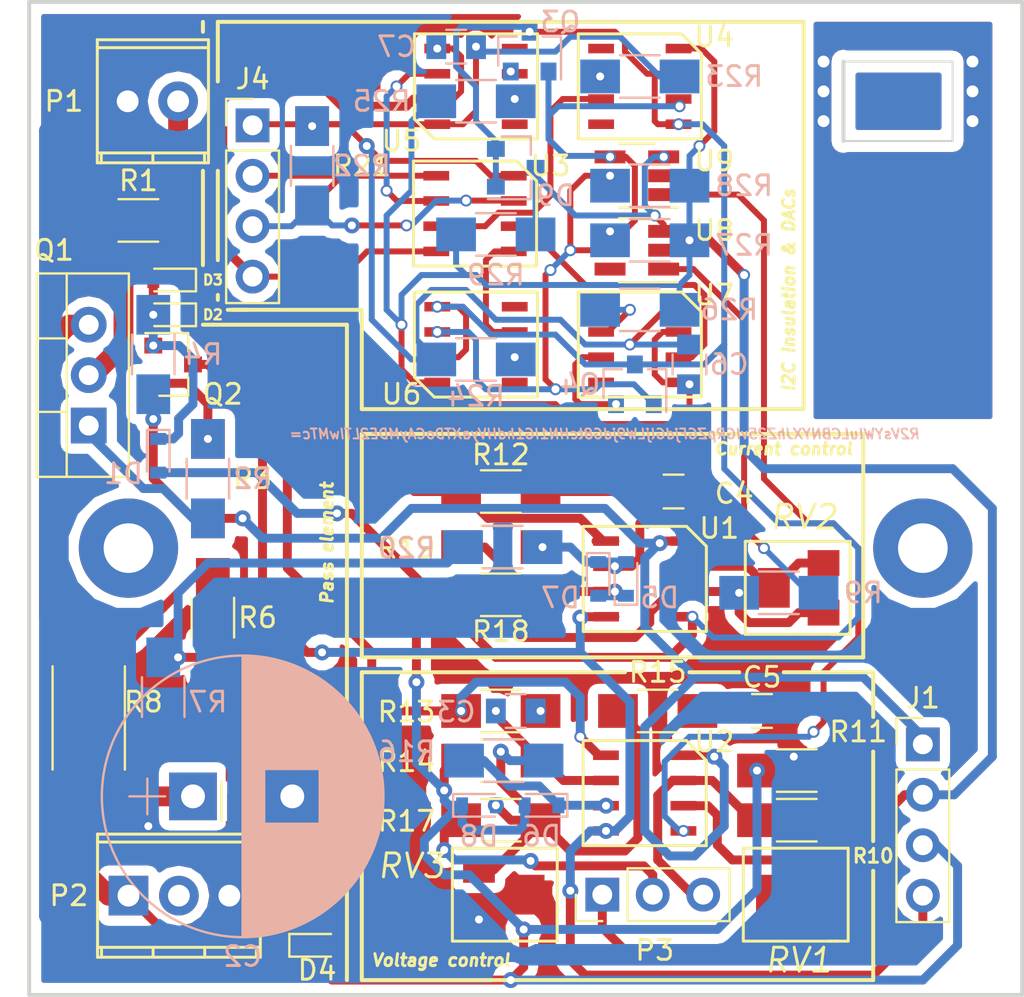
<source format=kicad_pcb>
(kicad_pcb (version 20170123) (host pcbnew "(2017-02-28 revision 7034ea0)-master")
  (layers (0 F.Cu signal) (31 B.Cu signal) (34 B.Paste user) (35 F.Paste user) (36 B.SilkS user) (37 F.SilkS user) (38 B.Mask user) (39 F.Mask user) (44 Edge.Cuts user))
  (net 0 "")
  (net 1 "Net-(RV2-Pad2)")
  (net 2 current_reference)
  (net 3 Earth)
  (net 4 "Net-(D8-Pad2)")
  (net 5 "Net-(R11-Pad2)")
  (net 6 "Net-(R10-Pad1)")
  (net 7 /I2C&DAC/LOGIC_VCC)
  (net 8 "Net-(U7-Pad1)")
  (net 9 /I2C&DAC/LOGIC_GND)
  (net 10 "Net-(R26-Pad2)")
  (net 11 "Net-(Q4-Pad2)")
  (net 12 "Net-(U7-Pad4)")
  (net 13 "Net-(U6-Pad4)")
  (net 14 GND)
  (net 15 "Net-(R24-Pad2)")
  (net 16 "Net-(U6-Pad1)")
  (net 17 +5V)
  (net 18 "Net-(U5-Pad1)")
  (net 19 "Net-(R25-Pad2)")
  (net 20 "Net-(Q3-Pad2)")
  (net 21 "Net-(U5-Pad4)")
  (net 22 "Net-(U4-Pad4)")
  (net 23 "Net-(R23-Pad2)")
  (net 24 "Net-(U4-Pad1)")
  (net 25 /I2C&DAC/LOGIC_SDA)
  (net 26 /I2C&DAC/LOGIC_SCL)
  (net 27 -12VA)
  (net 28 "Net-(D5-Pad1)")
  (net 29 "Net-(D6-Pad1)")
  (net 30 "Net-(C4-Pad1)")
  (net 31 "Net-(C3-Pad1)")
  (net 32 current_controll)
  (net 33 voltage_controll)
  (net 34 +12VA)
  (net 35 voltage_reference)
  (net 36 /voltage_dac)
  (net 37 /SOURCE)
  (net 38 /VIN)
  (net 39 /GATE)
  (net 40 VAA)
  (net 41 /current_dac)
  (net 42 /GATE_CONTROLL)
  (net 43 "Net-(D1-Pad1)")
  (net 44 /c_mes)
  (net 45 "Net-(P3-Pad2)")
  (net 46 "Net-(C5-Pad2)")
  (net 47 "Net-(C3-Pad2)")
  (net 48 "Net-(C4-Pad2)")
  (net 49 "Net-(P2-Pad2)")
  (net 50 /I2C&DAC/RXD_SCL)
  (net 51 /I2C&DAC/TXD_SCL)
  (net 52 /I2C&DAC/RXD_SDA)
  (net 53 /I2C&DAC/TXD_SDA)
  (net 54 /I2C&DAC/SDA)
  (net 55 /I2C&DAC/SCL)
  (module Mounting_Holes:MountingHole_2.5mm_Pad (layer F.Cu) (at 195 77.5)
    (fp_text reference REF** hide)
    (fp_text value MountingHole_2.5mm_Pad)
    (pad 1 thru_hole circle (at 0 0) (size 5 5) (drill 2.5) (layers *.Cu *.Mask))
  )
  (module Mounting_Holes:MountingHole_2.5mm_Pad (layer F.Cu) (at 155 77.5)
    (fp_text reference REF** hide)
    (fp_text value MountingHole_2.5mm_Pad)
    (pad 1 thru_hole circle (at 0 0) (size 5 5) (drill 2.5) (layers *.Cu *.Mask))
  )
  (module Resistors_SMD:R_1206_HandSoldering (layer B.Cu) (at 164.25 58.25 270)
    (fp_text reference R22 (at 0 -2.5) (layer B.SilkS) (effects (justify mirror)))
    (fp_text value 1K)
    (pad 1 smd rect (at -2 0 270) (size 2 1.7) (layers B.Cu B.Paste B.Mask) (net 7 /I2C&DAC/LOGIC_VCC))
    (pad 2 smd rect (at 2 0 270) (size 2 1.7) (layers B.Cu B.Paste B.Mask) (net 26 /I2C&DAC/LOGIC_SCL))
  )
  (module Resistors_SMD:R_1206_HandSoldering (layer F.Cu) (at 164.25 58.25 270)
    (fp_text reference R21 (at 0 -2.5) (layer F.SilkS))
    (fp_text value 1K)
    (pad 2 smd rect (at 2 0 270) (size 2 1.7) (layers F.Cu F.Paste F.Mask) (net 25 /I2C&DAC/LOGIC_SDA))
    (pad 1 smd rect (at -2 0 270) (size 2 1.7) (layers F.Cu F.Paste F.Mask) (net 7 /I2C&DAC/LOGIC_VCC))
  )
  (module Resistors_SMD:R_1206_HandSoldering (layer B.Cu) (at 159 74 270)
    (fp_text reference R2 (at 0 -2.25) (layer B.SilkS) (effects (justify mirror)))
    (fp_text value 50)
    (pad 2 smd rect (at 2 0 270) (size 2 1.7) (layers B.Cu B.Paste B.Mask) (net 39 /GATE))
    (pad 1 smd rect (at -2 0 270) (size 2 1.7) (layers B.Cu B.Paste B.Mask) (net 42 /GATE_CONTROLL))
  )
  (module Resistors_SMD:R_1206_HandSoldering (layer B.Cu) (at 181.25 62 180)
    (fp_text reference R27 (at -4.75 -0.25 180) (layer B.SilkS) (effects (justify mirror)))
    (fp_text value 2.2k)
    (pad 2 smd rect (at 2 0 180) (size 2 1.7) (layers B.Cu B.Paste B.Mask) (net 54 /I2C&DAC/SDA))
    (pad 1 smd rect (at -2 0 180) (size 2 1.7) (layers B.Cu B.Paste B.Mask) (net 17 +5V))
  )
  (module TO_SOT_Packages_THT:TO-220_Vertical (layer F.Cu) (at 153 71.33 90)
    (fp_text reference Q1 (at 8.83 -1.75 180) (layer F.SilkS))
    (fp_text value Q_NMOS_GDS)
    (pad 3 thru_hole oval (at 5.08 0 90) (size 1.8 1.8) (drill 1) (layers *.Cu *.Mask) (net 37 /SOURCE))
    (pad 2 thru_hole oval (at 2.54 0 90) (size 1.8 1.8) (drill 1) (layers *.Cu *.Mask) (net 38 /VIN))
    (pad 1 thru_hole rect (at 0 0 90) (size 1.8 1.8) (drill 1) (layers *.Cu *.Mask) (net 39 /GATE))
  )
  (module lineare_rev3:SO-8 (layer F.Cu) (at 172.45 60.655 270)
    (fp_text reference U3 (at -2.405 -3.8 180) (layer F.SilkS))
    (fp_text value P82B96)
    (pad 8 smd rect (at -1.905 -1.95 270) (size 0.48 1.3) (layers F.Cu F.Paste F.Mask) (net 7 /I2C&DAC/LOGIC_VCC))
    (pad 1 smd rect (at -1.905 1.95 270) (size 0.48 1.3) (layers F.Cu F.Paste F.Mask) (net 25 /I2C&DAC/LOGIC_SDA))
    (pad 7 smd rect (at -0.635 -1.95 270) (size 0.48 1.3) (layers F.Cu F.Paste F.Mask) (net 26 /I2C&DAC/LOGIC_SCL))
    (pad 2 smd rect (at -0.635 1.95 270) (size 0.48 1.3) (layers F.Cu F.Paste F.Mask) (net 52 /I2C&DAC/RXD_SDA))
    (pad 6 smd rect (at 0.635 -1.95 270) (size 0.48 1.3) (layers F.Cu F.Paste F.Mask) (net 50 /I2C&DAC/RXD_SCL))
    (pad 3 smd rect (at 0.635 1.95 270) (size 0.48 1.3) (layers F.Cu F.Paste F.Mask) (net 53 /I2C&DAC/TXD_SDA))
    (pad 5 smd rect (at 1.905 -1.95 270) (size 0.48 1.3) (layers F.Cu F.Paste F.Mask) (net 51 /I2C&DAC/TXD_SCL))
    (pad 4 smd rect (at 1.905 1.95 270) (size 0.48 1.3) (layers F.Cu F.Paste F.Mask) (net 9 /I2C&DAC/LOGIC_GND))
  )
  (module Resistors_SMD:R_1206_HandSoldering (layer B.Cu) (at 180.75 53.75 180)
    (fp_text reference R23 (at -4.75 0 180) (layer B.SilkS) (effects (justify mirror)))
    (fp_text value 560)
    (pad 1 smd rect (at -2 0 180) (size 2 1.7) (layers B.Cu B.Paste B.Mask) (net 7 /I2C&DAC/LOGIC_VCC))
    (pad 2 smd rect (at 2 0 180) (size 2 1.7) (layers B.Cu B.Paste B.Mask) (net 23 "Net-(R23-Pad2)"))
  )
  (module Capacitors_SMD:C_0805 (layer B.Cu) (at 171.5 52.25)
    (fp_text reference C7 (at -3 0) (layer B.SilkS) (effects (justify mirror)))
    (fp_text value 0.1u)
    (pad 2 smd rect (at 1 0) (size 1 1.25) (layers B.Cu B.Paste B.Mask) (net 7 /I2C&DAC/LOGIC_VCC))
    (pad 1 smd rect (at -1 0) (size 1 1.25) (layers B.Cu B.Paste B.Mask) (net 9 /I2C&DAC/LOGIC_GND))
  )
  (module lineare_rev3:SO-8 (layer F.Cu) (at 172.5 54.25 90)
    (fp_text reference U5 (at -2.75 -3.75) (layer F.SilkS))
    (fp_text value 6N136)
    (pad 8 smd rect (at -1.905 -1.95 90) (size 0.48 1.3) (layers F.Cu F.Paste F.Mask) (net 7 /I2C&DAC/LOGIC_VCC))
    (pad 1 smd rect (at -1.905 1.95 90) (size 0.48 1.3) (layers F.Cu F.Paste F.Mask) (net 18 "Net-(U5-Pad1)"))
    (pad 7 smd rect (at -0.635 -1.95 90) (size 0.48 1.3) (layers F.Cu F.Paste F.Mask) (net 9 /I2C&DAC/LOGIC_GND))
    (pad 2 smd rect (at -0.635 1.95 90) (size 0.48 1.3) (layers F.Cu F.Paste F.Mask) (net 19 "Net-(R25-Pad2)"))
    (pad 6 smd rect (at 0.635 -1.95 90) (size 0.48 1.3) (layers F.Cu F.Paste F.Mask) (net 52 /I2C&DAC/RXD_SDA))
    (pad 3 smd rect (at 0.635 1.95 90) (size 0.48 1.3) (layers F.Cu F.Paste F.Mask) (net 20 "Net-(Q3-Pad2)"))
    (pad 5 smd rect (at 1.905 -1.95 90) (size 0.48 1.3) (layers F.Cu F.Paste F.Mask) (net 9 /I2C&DAC/LOGIC_GND))
    (pad 4 smd rect (at 1.905 1.95 90) (size 0.48 1.3) (layers F.Cu F.Paste F.Mask) (net 21 "Net-(U5-Pad4)"))
  )
  (module lineare_rev3:SO-8 (layer F.Cu) (at 180.995 89.835 270)
    (fp_text reference U2 (at -2.585 -3.505 180) (layer F.SilkS))
    (fp_text value LM358)
    (pad 4 smd rect (at 1.905 1.95 270) (size 0.48 1.3) (layers F.Cu F.Paste F.Mask) (net 27 -12VA))
    (pad 5 smd rect (at 1.905 -1.95 270) (size 0.48 1.3) (layers F.Cu F.Paste F.Mask) (net 36 /voltage_dac))
    (pad 3 smd rect (at 0.635 1.95 270) (size 0.48 1.3) (layers F.Cu F.Paste F.Mask) (net 29 "Net-(D6-Pad1)"))
    (pad 6 smd rect (at 0.635 -1.95 270) (size 0.48 1.3) (layers F.Cu F.Paste F.Mask) (net 5 "Net-(R11-Pad2)"))
    (pad 2 smd rect (at -0.635 1.95 270) (size 0.48 1.3) (layers F.Cu F.Paste F.Mask) (net 31 "Net-(C3-Pad1)"))
    (pad 7 smd rect (at -0.635 -1.95 270) (size 0.48 1.3) (layers F.Cu F.Paste F.Mask) (net 35 voltage_reference))
    (pad 1 smd rect (at -1.905 1.95 270) (size 0.48 1.3) (layers F.Cu F.Paste F.Mask) (net 33 voltage_controll))
    (pad 8 smd rect (at -1.905 -1.95 270) (size 0.48 1.3) (layers F.Cu F.Paste F.Mask) (net 34 +12VA))
  )
  (module Diodes_SMD:D_0603 (layer B.Cu) (at 172.65 90.45)
    (fp_text reference D8 (at 0 1.55) (layer B.SilkS) (effects (justify mirror)))
    (fp_text value D_Small)
    (pad 1 smd rect (at -0.85 0) (size 0.6 0.8) (layers B.Cu B.Paste B.Mask) (net 14 GND))
    (pad 2 smd rect (at 0.85 0) (size 0.6 0.8) (layers B.Cu B.Paste B.Mask) (net 4 "Net-(D8-Pad2)"))
  )
  (module Diodes_SMD:D_0603 (layer B.Cu) (at 178.65 79.05 270)
    (fp_text reference D7 (at 0.95 1.9 180) (layer B.SilkS) (effects (justify mirror)))
    (fp_text value 1N4148)
    (pad 2 smd rect (at 0.85 0 270) (size 0.6 0.8) (layers B.Cu B.Paste B.Mask) (net 28 "Net-(D5-Pad1)"))
    (pad 1 smd rect (at -0.85 0 270) (size 0.6 0.8) (layers B.Cu B.Paste B.Mask) (net 30 "Net-(C4-Pad1)"))
  )
  (module Diodes_SMD:D_0603 (layer B.Cu) (at 175.8 90.45 180)
    (fp_text reference D6 (at 0 -1.55 180) (layer B.SilkS) (effects (justify mirror)))
    (fp_text value 1N4148)
    (pad 1 smd rect (at -0.85 0 180) (size 0.6 0.8) (layers B.Cu B.Paste B.Mask) (net 29 "Net-(D6-Pad1)"))
    (pad 2 smd rect (at 0.85 0 180) (size 0.6 0.8) (layers B.Cu B.Paste B.Mask) (net 14 GND))
  )
  (module Diodes_SMD:D_0603 (layer B.Cu) (at 180.05 79.05 90)
    (fp_text reference D5 (at -0.95 1.7 180) (layer B.SilkS) (effects (justify mirror)))
    (fp_text value 1N4148)
    (pad 2 smd rect (at 0.85 0 90) (size 0.6 0.8) (layers B.Cu B.Paste B.Mask) (net 30 "Net-(C4-Pad1)"))
    (pad 1 smd rect (at -0.85 0 90) (size 0.6 0.8) (layers B.Cu B.Paste B.Mask) (net 28 "Net-(D5-Pad1)"))
  )
  (module Diodes_SMD:D_0603 (layer F.Cu) (at 164.4 97.5)
    (fp_text reference D4 (at 0.1 1.25) (layer F.SilkS))
    (fp_text value 1N4148)
    (pad 1 smd rect (at -0.85 0) (size 0.6 0.8) (layers F.Cu F.Paste F.Mask) (net 14 GND))
    (pad 2 smd rect (at 0.85 0) (size 0.6 0.8) (layers F.Cu F.Paste F.Mask) (net 3 Earth))
  )
  (module Diodes_SMD:D_0603 (layer F.Cu) (at 157.1 64 180)
    (fp_text reference D3 (at -2.15 0) (layer F.SilkS) (effects (font (size 0.5 0.5) (thickness 0.125))))
    (fp_text value 1N4148)
    (pad 2 smd rect (at 0.85 0 180) (size 0.6 0.8) (layers F.Cu F.Paste F.Mask) (net 43 "Net-(D1-Pad1)"))
    (pad 1 smd rect (at -0.85 0 180) (size 0.6 0.8) (layers F.Cu F.Paste F.Mask) (net 32 current_controll))
  )
  (module Diodes_SMD:D_0603 (layer F.Cu) (at 157.1 65.75 180)
    (fp_text reference D2 (at -2.15 0 180) (layer F.SilkS) (effects (font (size 0.5 0.5) (thickness 0.125))))
    (fp_text value 1N4148)
    (pad 1 smd rect (at -0.85 0 180) (size 0.6 0.8) (layers F.Cu F.Paste F.Mask) (net 33 voltage_controll))
    (pad 2 smd rect (at 0.85 0 180) (size 0.6 0.8) (layers F.Cu F.Paste F.Mask) (net 43 "Net-(D1-Pad1)"))
  )
  (module Diodes_SMD:D_0603 (layer B.Cu) (at 156.5 72.85 270)
    (fp_text reference D1 (at 0.9 1.75) (layer B.SilkS) (effects (justify mirror)))
    (fp_text value 1N4148)
    (pad 2 smd rect (at 0.85 0 270) (size 0.6 0.8) (layers B.Cu B.Paste B.Mask) (net 14 GND))
    (pad 1 smd rect (at -0.85 0 270) (size 0.6 0.8) (layers B.Cu B.Paste B.Mask) (net 43 "Net-(D1-Pad1)"))
  )
  (module Capacitors_SMD:C_0805 (layer B.Cu) (at 174.5 85.7)
    (fp_text reference C3 (at -3 0.05) (layer B.SilkS) (effects (justify mirror)))
    (fp_text value 2200p)
    (pad 2 smd rect (at 1 0) (size 1 1.25) (layers B.Cu B.Paste B.Mask) (net 47 "Net-(C3-Pad2)"))
    (pad 1 smd rect (at -1 0) (size 1 1.25) (layers B.Cu B.Paste B.Mask) (net 31 "Net-(C3-Pad1)"))
  )
  (module Capacitors_SMD:C_0805 (layer F.Cu) (at 182.45 74.65 180)
    (fp_text reference C4 (at -3.05 -0.1 180) (layer F.SilkS))
    (fp_text value 2200p)
    (pad 1 smd rect (at -1 0 180) (size 1 1.25) (layers F.Cu F.Paste F.Mask) (net 30 "Net-(C4-Pad1)"))
    (pad 2 smd rect (at 1 0 180) (size 1 1.25) (layers F.Cu F.Paste F.Mask) (net 48 "Net-(C4-Pad2)"))
  )
  (module Capacitors_SMD:C_0805 (layer F.Cu) (at 186.9 85.7 180)
    (fp_text reference C5 (at 0 1.7 180) (layer F.SilkS))
    (fp_text value 6.8u)
    (pad 2 smd rect (at 1 0 180) (size 1 1.25) (layers F.Cu F.Paste F.Mask) (net 46 "Net-(C5-Pad2)"))
    (pad 1 smd rect (at -1 0 180) (size 1 1.25) (layers F.Cu F.Paste F.Mask) (net 3 Earth))
  )
  (module Capacitors_SMD:C_0805 (layer B.Cu) (at 183.25 68.25 90)
    (fp_text reference C6 (at 0 2 180) (layer B.SilkS) (effects (justify mirror)))
    (fp_text value 0.1u)
    (pad 1 smd rect (at -1 0 90) (size 1 1.25) (layers B.Cu B.Paste B.Mask) (net 9 /I2C&DAC/LOGIC_GND))
    (pad 2 smd rect (at 1 0 90) (size 1 1.25) (layers B.Cu B.Paste B.Mask) (net 7 /I2C&DAC/LOGIC_VCC))
  )
  (module Capacitors_THT:CP_Radial_D14.0mm_P5.00mm (layer B.Cu) (at 158.25 90)
    (fp_text reference C2 (at 2.5 8.06) (layer B.SilkS) (effects (justify mirror)))
    (fp_text value 470u)
    (pad 1 thru_hole rect (at 0 0) (size 2.4 2.4) (drill 1.2) (layers *.Cu *.Mask) (net 14 GND))
    (pad 2 thru_hole circle (at 5 0) (size 2.4 2.4) (drill 1.2) (layers *.Cu *.Mask) (net 3 Earth))
  )
  (module Connectors_Terminal_Blocks:TerminalBlock_Pheonix_MPT-2.54mm_2pol (layer F.Cu) (at 154.96 55)
    (fp_text reference P1 (at -3.21 0) (layer F.SilkS))
    (fp_text value LOAD_POWER)
    (pad 1 thru_hole rect (at 0 0) (size 1.99898 1.99898) (drill 1.09728) (layers *.Cu *.Mask) (net 3 Earth))
    (pad 2 thru_hole oval (at 2.54 0) (size 1.99898 1.99898) (drill 1.09728) (layers *.Cu *.Mask) (net 38 /VIN))
  )
  (module Connectors_Terminal_Blocks:TerminalBlock_Pheonix_MPT-2.54mm_3pol (layer F.Cu) (at 155 95)
    (fp_text reference P2 (at -3 0) (layer F.SilkS))
    (fp_text value CONN_01X03)
    (pad 2 thru_hole oval (at 2.54 0) (size 1.99898 1.99898) (drill 1.09728) (layers *.Cu *.Mask) (net 49 "Net-(P2-Pad2)"))
    (pad 1 thru_hole rect (at 0 0) (size 1.99898 1.99898) (drill 1.09728) (layers *.Cu *.Mask) (net 14 GND))
    (pad 3 thru_hole oval (at 5.08 0) (size 1.99898 1.99898) (drill 1.09728) (layers *.Cu *.Mask) (net 3 Earth))
  )
  (module Pin_Headers:Pin_Header_Straight_1x03_Pitch2.54mm (layer F.Cu) (at 178.86 94.95 90)
    (fp_text reference P3 (at -2.8 2.64 180) (layer F.SilkS))
    (fp_text value CONN_01X03)
    (pad 3 thru_hole oval (at 0 5.08 90) (size 1.7 1.7) (drill 1) (layers *.Cu *.Mask) (net 35 voltage_reference))
    (pad 2 thru_hole oval (at 0 2.54 90) (size 1.7 1.7) (drill 1) (layers *.Cu *.Mask) (net 45 "Net-(P3-Pad2)"))
    (pad 1 thru_hole rect (at 0 0 90) (size 1.7 1.7) (drill 1) (layers *.Cu *.Mask) (net 17 +5V))
  )
  (module Pin_Headers:Pin_Header_Straight_1x04_Pitch2.54mm (layer F.Cu) (at 195 87.38)
    (fp_text reference J1 (at 0 -2.33) (layer F.SilkS))
    (fp_text value CONN_01X04_FEMALE)
    (pad 1 thru_hole rect (at 0 0) (size 1.7 1.7) (drill 1) (layers *.Cu *.Mask) (net 34 +12VA))
    (pad 2 thru_hole oval (at 0 2.54) (size 1.7 1.7) (drill 1) (layers *.Cu *.Mask) (net 17 +5V))
    (pad 3 thru_hole oval (at 0 5.08) (size 1.7 1.7) (drill 1) (layers *.Cu *.Mask) (net 14 GND))
    (pad 4 thru_hole oval (at 0 7.62) (size 1.7 1.7) (drill 1) (layers *.Cu *.Mask) (net 27 -12VA))
  )
  (module Pin_Headers:Pin_Header_Straight_1x04_Pitch2.54mm (layer F.Cu) (at 161.25 56.21)
    (fp_text reference J4 (at 0 -2.33) (layer F.SilkS))
    (fp_text value 01X04_LOGIC2LINEAR)
    (pad 4 thru_hole oval (at 0 7.62) (size 1.7 1.7) (drill 1) (layers *.Cu *.Mask) (net 9 /I2C&DAC/LOGIC_GND))
    (pad 3 thru_hole oval (at 0 5.08) (size 1.7 1.7) (drill 1) (layers *.Cu *.Mask) (net 26 /I2C&DAC/LOGIC_SCL))
    (pad 2 thru_hole oval (at 0 2.54) (size 1.7 1.7) (drill 1) (layers *.Cu *.Mask) (net 25 /I2C&DAC/LOGIC_SDA))
    (pad 1 thru_hole rect (at 0 0) (size 1.7 1.7) (drill 1) (layers *.Cu *.Mask) (net 7 /I2C&DAC/LOGIC_VCC))
  )
  (module Resistors_SMD:R_1206_HandSoldering (layer B.Cu) (at 187.75 79.75)
    (fp_text reference R9 (at 4.25 0) (layer B.SilkS) (effects (justify mirror)))
    (fp_text value 20k)
    (pad 1 smd rect (at -2 0) (size 2 1.7) (layers B.Cu B.Paste B.Mask) (net 2 current_reference))
    (pad 2 smd rect (at 2 0) (size 2 1.7) (layers B.Cu B.Paste B.Mask) (net 41 /current_dac))
  )
  (module Resistors_SMD:R_1206_HandSoldering (layer F.Cu) (at 188.65 91.2 180)
    (fp_text reference R10 (at -3.85 -1.8 180) (layer F.SilkS) (effects (font (size 0.7 0.7))))
    (fp_text value 6.81k)
    (pad 2 smd rect (at 2 0 180) (size 2 1.7) (layers F.Cu F.Paste F.Mask) (net 35 voltage_reference))
    (pad 1 smd rect (at -2 0 180) (size 2 1.7) (layers F.Cu F.Paste F.Mask) (net 6 "Net-(R10-Pad1)"))
  )
  (module Resistors_SMD:R_1206_HandSoldering (layer F.Cu) (at 188.65 88.7)
    (fp_text reference R11 (at 3.1 -1.95) (layer F.SilkS))
    (fp_text value 10k)
    (pad 1 smd rect (at -2 0) (size 2 1.7) (layers F.Cu F.Paste F.Mask) (net 14 GND))
    (pad 2 smd rect (at 2 0) (size 2 1.7) (layers F.Cu F.Paste F.Mask) (net 5 "Net-(R11-Pad2)"))
  )
  (module Resistors_SMD:R_1206_HandSoldering (layer F.Cu) (at 173.75 74.65)
    (fp_text reference R12 (at 0 -1.85) (layer F.SilkS))
    (fp_text value 1M5)
    (pad 2 smd rect (at 2 0) (size 2 1.7) (layers F.Cu F.Paste F.Mask) (net 48 "Net-(C4-Pad2)"))
    (pad 1 smd rect (at -2 0) (size 2 1.7) (layers F.Cu F.Paste F.Mask) (net 32 current_controll))
  )
  (module Resistors_SMD:R_1206_HandSoldering (layer F.Cu) (at 173.75 85.7)
    (fp_text reference R13 (at -4.75 0.05) (layer F.SilkS))
    (fp_text value 1M5)
    (pad 1 smd rect (at -2 0) (size 2 1.7) (layers F.Cu F.Paste F.Mask) (net 33 voltage_controll))
    (pad 2 smd rect (at 2 0) (size 2 1.7) (layers F.Cu F.Paste F.Mask) (net 47 "Net-(C3-Pad2)"))
  )
  (module Resistors_SMD:R_1206_HandSoldering (layer F.Cu) (at 173.75 88.2 180)
    (fp_text reference R14 (at 4.75 -0.05 180) (layer F.SilkS))
    (fp_text value 1K)
    (pad 2 smd rect (at 2 0 180) (size 2 1.7) (layers F.Cu F.Paste F.Mask) (net 14 GND))
    (pad 1 smd rect (at -2 0 180) (size 2 1.7) (layers F.Cu F.Paste F.Mask) (net 31 "Net-(C3-Pad1)"))
  )
  (module Resistors_SMD:R_1206_HandSoldering (layer F.Cu) (at 181.65 85.7 180)
    (fp_text reference R15 (at 0 1.95 180) (layer F.SilkS))
    (fp_text value 21,5)
    (pad 1 smd rect (at -2 0 180) (size 2 1.7) (layers F.Cu F.Paste F.Mask) (net 46 "Net-(C5-Pad2)"))
    (pad 2 smd rect (at 2 0 180) (size 2 1.7) (layers F.Cu F.Paste F.Mask) (net 4 "Net-(D8-Pad2)"))
  )
  (module Resistors_SMD:R_1206_HandSoldering (layer B.Cu) (at 173.9 88.2)
    (fp_text reference R16 (at -4.9 -0.45) (layer B.SilkS) (effects (justify mirror)))
    (fp_text value 1K)
    (pad 2 smd rect (at 2 0) (size 2 1.7) (layers B.Cu B.Paste B.Mask) (net 4 "Net-(D8-Pad2)"))
    (pad 1 smd rect (at -2 0) (size 2 1.7) (layers B.Cu B.Paste B.Mask) (net 29 "Net-(D6-Pad1)"))
  )
  (module Resistors_SMD:R_1206_HandSoldering (layer F.Cu) (at 173.75 79.85 180)
    (fp_text reference R18 (at 0 -1.85 180) (layer F.SilkS))
    (fp_text value 500k)
    (pad 1 smd rect (at -2 0 180) (size 2 1.7) (layers F.Cu F.Paste F.Mask) (net 28 "Net-(D5-Pad1)"))
    (pad 2 smd rect (at 2 0 180) (size 2 1.7) (layers F.Cu F.Paste F.Mask) (net 14 GND))
  )
  (module Resistors_SMD:R_1206_HandSoldering (layer F.Cu) (at 173.75 77.45)
    (fp_text reference R19 (at -4.75 0.05) (layer F.SilkS))
    (fp_text value 500k)
    (pad 2 smd rect (at 2 0) (size 2 1.7) (layers F.Cu F.Paste F.Mask) (net 30 "Net-(C4-Pad1)"))
    (pad 1 smd rect (at -2 0) (size 2 1.7) (layers F.Cu F.Paste F.Mask) (net 2 current_reference))
  )
  (module Resistors_SMD:R_1206_HandSoldering (layer B.Cu) (at 173.85 77.45 180)
    (fp_text reference R20 (at 4.85 -0.05 180) (layer B.SilkS) (effects (justify mirror)))
    (fp_text value 500k)
    (pad 1 smd rect (at -2 0 180) (size 2 1.7) (layers B.Cu B.Paste B.Mask) (net 30 "Net-(C4-Pad1)"))
    (pad 2 smd rect (at 2 0 180) (size 2 1.7) (layers B.Cu B.Paste B.Mask) (net 44 /c_mes))
  )
  (module Resistors_SMD:R_1206_HandSoldering (layer F.Cu) (at 159.25 81 90)
    (fp_text reference R6 (at 0 2.25 180) (layer F.SilkS))
    (fp_text value 1)
    (pad 2 smd rect (at 2 0 90) (size 2 1.7) (layers F.Cu F.Paste F.Mask) (net 37 /SOURCE))
    (pad 1 smd rect (at -2 0 90) (size 2 1.7) (layers F.Cu F.Paste F.Mask) (net 44 /c_mes))
  )
  (module Resistors_SMD:R_1206_HandSoldering (layer F.Cu) (at 173.75 91.2)
    (fp_text reference R17 (at -4.75 0.05) (layer F.SilkS))
    (fp_text value 10k)
    (pad 2 smd rect (at 2 0) (size 2 1.7) (layers F.Cu F.Paste F.Mask) (net 4 "Net-(D8-Pad2)"))
    (pad 1 smd rect (at -2 0) (size 2 1.7) (layers F.Cu F.Paste F.Mask) (net 45 "Net-(P3-Pad2)"))
  )
  (module Resistors_SMD:R_1206_HandSoldering (layer B.Cu) (at 156.25 67.75 270)
    (fp_text reference R4 (at 0 -2.5) (layer B.SilkS) (effects (justify mirror)))
    (fp_text value 5K)
    (pad 1 smd rect (at -2 0 270) (size 2 1.7) (layers B.Cu B.Paste B.Mask) (net 43 "Net-(D1-Pad1)"))
    (pad 2 smd rect (at 2 0 270) (size 2 1.7) (layers B.Cu B.Paste B.Mask) (net 34 +12VA))
  )
  (module Resistors_SMD:R_1206_HandSoldering (layer B.Cu) (at 173.497969 61.703289)
    (fp_text reference R29 (at 0.002031 2.046711) (layer B.SilkS) (effects (justify mirror)))
    (fp_text value R)
    (pad 2 smd rect (at 2 0) (size 2 1.7) (layers B.Cu B.Paste B.Mask) (net 40 VAA))
    (pad 1 smd rect (at -2 0) (size 2 1.7) (layers B.Cu B.Paste B.Mask) (net 17 +5V))
  )
  (module Resistors_SMD:R_1206_HandSoldering (layer B.Cu) (at 181.25 59.25 180)
    (fp_text reference R28 (at -4.75 0 180) (layer B.SilkS) (effects (justify mirror)))
    (fp_text value 2.2k)
    (pad 1 smd rect (at -2 0 180) (size 2 1.7) (layers B.Cu B.Paste B.Mask) (net 17 +5V))
    (pad 2 smd rect (at 2 0 180) (size 2 1.7) (layers B.Cu B.Paste B.Mask) (net 55 /I2C&DAC/SCL))
  )
  (module Resistors_SMD:R_1206_HandSoldering (layer B.Cu) (at 180.75 65.5 180)
    (fp_text reference R26 (at -4.5 0 180) (layer B.SilkS) (effects (justify mirror)))
    (fp_text value 560)
    (pad 1 smd rect (at -2 0 180) (size 2 1.7) (layers B.Cu B.Paste B.Mask) (net 17 +5V))
    (pad 2 smd rect (at 2 0 180) (size 2 1.7) (layers B.Cu B.Paste B.Mask) (net 10 "Net-(R26-Pad2)"))
  )
  (module Resistors_SMD:R_1206_HandSoldering (layer B.Cu) (at 172.5 55)
    (fp_text reference R25 (at -4.75 0) (layer B.SilkS) (effects (justify mirror)))
    (fp_text value 560)
    (pad 2 smd rect (at 2 0) (size 2 1.7) (layers B.Cu B.Paste B.Mask) (net 19 "Net-(R25-Pad2)"))
    (pad 1 smd rect (at -2 0) (size 2 1.7) (layers B.Cu B.Paste B.Mask) (net 17 +5V))
  )
  (module Resistors_SMD:R_1206_HandSoldering (layer F.Cu) (at 155.5 61 180)
    (fp_text reference R1 (at 0 2 180) (layer F.SilkS))
    (fp_text value 2K)
    (pad 1 smd rect (at -2 0 180) (size 2 1.7) (layers F.Cu F.Paste F.Mask) (net 38 /VIN))
    (pad 2 smd rect (at 2 0 180) (size 2 1.7) (layers F.Cu F.Paste F.Mask) (net 3 Earth))
  )
  (module Resistors_SMD:R_1206_HandSoldering (layer F.Cu) (at 159 74 90)
    (fp_text reference R3 (at 0 2.25 180) (layer F.SilkS))
    (fp_text value 1K2)
    (pad 1 smd rect (at -2 0 90) (size 2 1.7) (layers F.Cu F.Paste F.Mask) (net 34 +12VA))
    (pad 2 smd rect (at 2 0 90) (size 2 1.7) (layers F.Cu F.Paste F.Mask) (net 42 /GATE_CONTROLL))
  )
  (module Resistors_SMD:R_1206_HandSoldering (layer F.Cu) (at 160.75 90.25 90)
    (fp_text reference R5 (at 2.75 1.75 180) (layer F.SilkS))
    (fp_text value 390)
    (pad 2 smd rect (at 2 0 90) (size 2 1.7) (layers F.Cu F.Paste F.Mask) (net 37 /SOURCE))
    (pad 1 smd rect (at -2 0 90) (size 2 1.7) (layers F.Cu F.Paste F.Mask) (net 3 Earth))
  )
  (module Resistors_SMD:R_1206_HandSoldering (layer B.Cu) (at 156.75 85 90)
    (fp_text reference R7 (at -0.25 2.25 180) (layer B.SilkS) (effects (justify mirror)))
    (fp_text value 500k)
    (pad 1 smd rect (at -2 0 90) (size 2 1.7) (layers B.Cu B.Paste B.Mask) (net 3 Earth))
    (pad 2 smd rect (at 2 0 90) (size 2 1.7) (layers B.Cu B.Paste B.Mask) (net 44 /c_mes))
  )
  (module Resistors_SMD:R_1206_HandSoldering (layer B.Cu) (at 172.5 68)
    (fp_text reference R24 (at 0 1.85) (layer B.SilkS) (effects (justify mirror)))
    (fp_text value 560)
    (pad 2 smd rect (at 2 0) (size 2 1.7) (layers B.Cu B.Paste B.Mask) (net 15 "Net-(R24-Pad2)"))
    (pad 1 smd rect (at -2 0) (size 2 1.7) (layers B.Cu B.Paste B.Mask) (net 7 /I2C&DAC/LOGIC_VCC))
  )
  (module Resistors_SMD:R_2512_HandSoldering (layer F.Cu) (at 153 86.05 270)
    (fp_text reference R8 (at -0.8 -2.75) (layer F.SilkS))
    (fp_text value 0,1)
    (pad 2 smd rect (at 3.95 0 270) (size 2.7 3.2) (layers F.Cu F.Paste F.Mask) (net 14 GND))
    (pad 1 smd rect (at -3.95 0 270) (size 2.7 3.2) (layers F.Cu F.Paste F.Mask) (net 37 /SOURCE))
  )
  (module TO_SOT_Packages_SMD:SOT-23 (layer B.Cu) (at 175.2 52.5 90)
    (fp_text reference Q3 (at 1.5 1.55 180) (layer B.SilkS) (effects (justify mirror)))
    (fp_text value Q_PNP_BEC)
    (pad 1 smd rect (at -1 0.95 90) (size 0.9 0.8) (layers B.Cu B.Paste B.Mask) (net 54 /I2C&DAC/SDA))
    (pad 2 smd rect (at -1 -0.95 90) (size 0.9 0.8) (layers B.Cu B.Paste B.Mask) (net 20 "Net-(Q3-Pad2)"))
    (pad 3 smd rect (at 1 0 90) (size 0.9 0.8) (layers B.Cu B.Paste B.Mask) (net 14 GND))
  )
  (module TO_SOT_Packages_SMD:SOT-23 (layer B.Cu) (at 180.5 69.25 90)
    (fp_text reference Q4 (at 0 -2.75) (layer B.SilkS) (effects (justify mirror)))
    (fp_text value Q_PNP_BEC)
    (pad 3 smd rect (at 1 0 90) (size 0.9 0.8) (layers B.Cu B.Paste B.Mask) (net 14 GND))
    (pad 2 smd rect (at -1 -0.95 90) (size 0.9 0.8) (layers B.Cu B.Paste B.Mask) (net 11 "Net-(Q4-Pad2)"))
    (pad 1 smd rect (at -1 0.95 90) (size 0.9 0.8) (layers B.Cu B.Paste B.Mask) (net 55 /I2C&DAC/SCL))
  )
  (module TO_SOT_Packages_SMD:SOT-23 (layer B.Cu) (at 174.5 58.35)
    (fp_text reference D9 (at 2 1.4) (layer B.SilkS) (effects (justify mirror)))
    (fp_text value D_Schottky_AAK)
    (pad 1 smd rect (at -1 0.95) (size 0.9 0.8) (layers B.Cu B.Paste B.Mask) (net 14 GND))
    (pad 2 smd rect (at -1 -0.95) (size 0.9 0.8) (layers B.Cu B.Paste B.Mask) (net 14 GND))
    (pad 3 smd rect (at 1 0) (size 0.9 0.8) (layers B.Cu B.Paste B.Mask) (net 40 VAA))
  )
  (module TO_SOT_Packages_SMD:SOT-23 (layer F.Cu) (at 157.25 68.25)
    (fp_text reference Q2 (at 2.5 1.5) (layer F.SilkS))
    (fp_text value Q_PNP_BEC)
    (pad 3 smd rect (at 1 0) (size 0.9 0.8) (layers F.Cu F.Paste F.Mask) (net 27 -12VA))
    (pad 2 smd rect (at -1 0.95) (size 0.9 0.8) (layers F.Cu F.Paste F.Mask) (net 42 /GATE_CONTROLL))
    (pad 1 smd rect (at -1 -0.95) (size 0.9 0.8) (layers F.Cu F.Paste F.Mask) (net 43 "Net-(D1-Pad1)"))
  )
  (module TO_SOT_Packages_SMD:SOT-23-6_Handsoldering (layer F.Cu) (at 180.6 58.75 180)
    (fp_text reference U9 (at -3.9 0.75 180) (layer F.SilkS))
    (fp_text value MCP4726)
    (pad 1 smd rect (at -1.35 -0.95 180) (size 1.56 0.65) (layers F.Cu F.Paste F.Mask) (net 36 /voltage_dac))
    (pad 2 smd rect (at -1.35 0 180) (size 1.56 0.65) (layers F.Cu F.Paste F.Mask))
    (pad 3 smd rect (at -1.35 0.95 180) (size 1.56 0.65) (layers F.Cu F.Paste F.Mask) (net 40 VAA))
    (pad 4 smd rect (at 1.35 0.95 180) (size 1.56 0.65) (layers F.Cu F.Paste F.Mask) (net 54 /I2C&DAC/SDA))
    (pad 6 smd rect (at 1.35 -0.95 180) (size 1.56 0.65) (layers F.Cu F.Paste F.Mask))
    (pad 5 smd rect (at 1.35 0 180) (size 1.56 0.65) (layers F.Cu F.Paste F.Mask) (net 55 /I2C&DAC/SCL))
  )
  (module TO_SOT_Packages_SMD:SOT-23-6_Handsoldering (layer F.Cu) (at 180.6 62.5 180)
    (fp_text reference U8 (at -3.9 1 180) (layer F.SilkS))
    (fp_text value MCP4726)
    (pad 5 smd rect (at 1.35 0 180) (size 1.56 0.65) (layers F.Cu F.Paste F.Mask) (net 55 /I2C&DAC/SCL))
    (pad 6 smd rect (at 1.35 -0.95 180) (size 1.56 0.65) (layers F.Cu F.Paste F.Mask))
    (pad 4 smd rect (at 1.35 0.95 180) (size 1.56 0.65) (layers F.Cu F.Paste F.Mask) (net 54 /I2C&DAC/SDA))
    (pad 3 smd rect (at -1.35 0.95 180) (size 1.56 0.65) (layers F.Cu F.Paste F.Mask) (net 40 VAA))
    (pad 2 smd rect (at -1.35 0 180) (size 1.56 0.65) (layers F.Cu F.Paste F.Mask))
    (pad 1 smd rect (at -1.35 -0.95 180) (size 1.56 0.65) (layers F.Cu F.Paste F.Mask) (net 41 /current_dac))
  )
  (module lineare_rev3:SO-8 (layer F.Cu) (at 181 79.05 270)
    (fp_text reference U1 (at -2.55 -3.75 180) (layer F.SilkS))
    (fp_text value LM358)
    (pad 8 smd rect (at -1.905 -1.95 270) (size 0.48 1.3) (layers F.Cu F.Paste F.Mask) (net 34 +12VA))
    (pad 1 smd rect (at -1.905 1.95 270) (size 0.48 1.3) (layers F.Cu F.Paste F.Mask) (net 32 current_controll))
    (pad 7 smd rect (at -0.635 -1.95 270) (size 0.48 1.3) (layers F.Cu F.Paste F.Mask) (net 1 "Net-(RV2-Pad2)"))
    (pad 2 smd rect (at -0.635 1.95 270) (size 0.48 1.3) (layers F.Cu F.Paste F.Mask) (net 30 "Net-(C4-Pad1)"))
    (pad 6 smd rect (at 0.635 -1.95 270) (size 0.48 1.3) (layers F.Cu F.Paste F.Mask) (net 2 current_reference))
    (pad 3 smd rect (at 0.635 1.95 270) (size 0.48 1.3) (layers F.Cu F.Paste F.Mask) (net 28 "Net-(D5-Pad1)"))
    (pad 5 smd rect (at 1.905 -1.95 270) (size 0.48 1.3) (layers F.Cu F.Paste F.Mask) (net 14 GND))
    (pad 4 smd rect (at 1.905 1.95 270) (size 0.48 1.3) (layers F.Cu F.Paste F.Mask) (net 27 -12VA))
  )
  (module lineare_rev3:SO-8 (layer F.Cu) (at 180.75 54.25 270)
    (fp_text reference U4 (at -2.5 -3.75 180) (layer F.SilkS))
    (fp_text value 6N136)
    (pad 4 smd rect (at 1.905 1.95 270) (size 0.48 1.3) (layers F.Cu F.Paste F.Mask) (net 22 "Net-(U4-Pad4)"))
    (pad 5 smd rect (at 1.905 -1.95 270) (size 0.48 1.3) (layers F.Cu F.Paste F.Mask) (net 14 GND))
    (pad 3 smd rect (at 0.635 1.95 270) (size 0.48 1.3) (layers F.Cu F.Paste F.Mask) (net 53 /I2C&DAC/TXD_SDA))
    (pad 6 smd rect (at 0.635 -1.95 270) (size 0.48 1.3) (layers F.Cu F.Paste F.Mask) (net 54 /I2C&DAC/SDA))
    (pad 2 smd rect (at -0.635 1.95 270) (size 0.48 1.3) (layers F.Cu F.Paste F.Mask) (net 23 "Net-(R23-Pad2)"))
    (pad 7 smd rect (at -0.635 -1.95 270) (size 0.48 1.3) (layers F.Cu F.Paste F.Mask) (net 14 GND))
    (pad 1 smd rect (at -1.905 1.95 270) (size 0.48 1.3) (layers F.Cu F.Paste F.Mask) (net 24 "Net-(U4-Pad1)"))
    (pad 8 smd rect (at -1.905 -1.95 270) (size 0.48 1.3) (layers F.Cu F.Paste F.Mask) (net 17 +5V))
  )
  (module lineare_rev3:SO-8 (layer F.Cu) (at 172.5 67.25 90)
    (fp_text reference U6 (at -2.5 -3.75 180) (layer F.SilkS))
    (fp_text value 6N136)
    (pad 4 smd rect (at 1.905 1.95 90) (size 0.48 1.3) (layers F.Cu F.Paste F.Mask) (net 13 "Net-(U6-Pad4)"))
    (pad 5 smd rect (at 1.905 -1.95 90) (size 0.48 1.3) (layers F.Cu F.Paste F.Mask) (net 14 GND))
    (pad 3 smd rect (at 0.635 1.95 90) (size 0.48 1.3) (layers F.Cu F.Paste F.Mask) (net 51 /I2C&DAC/TXD_SCL))
    (pad 6 smd rect (at 0.635 -1.95 90) (size 0.48 1.3) (layers F.Cu F.Paste F.Mask) (net 55 /I2C&DAC/SCL))
    (pad 2 smd rect (at -0.635 1.95 90) (size 0.48 1.3) (layers F.Cu F.Paste F.Mask) (net 15 "Net-(R24-Pad2)"))
    (pad 7 smd rect (at -0.635 -1.95 90) (size 0.48 1.3) (layers F.Cu F.Paste F.Mask) (net 14 GND))
    (pad 1 smd rect (at -1.905 1.95 90) (size 0.48 1.3) (layers F.Cu F.Paste F.Mask) (net 16 "Net-(U6-Pad1)"))
    (pad 8 smd rect (at -1.905 -1.95 90) (size 0.48 1.3) (layers F.Cu F.Paste F.Mask) (net 17 +5V))
  )
  (module lineare_rev3:SO-8 (layer F.Cu) (at 180.75 67.25 270)
    (fp_text reference U7 (at -2.5 -3.75 180) (layer F.SilkS))
    (fp_text value 6N136)
    (pad 8 smd rect (at -1.905 -1.95 270) (size 0.48 1.3) (layers F.Cu F.Paste F.Mask) (net 7 /I2C&DAC/LOGIC_VCC))
    (pad 1 smd rect (at -1.905 1.95 270) (size 0.48 1.3) (layers F.Cu F.Paste F.Mask) (net 8 "Net-(U7-Pad1)"))
    (pad 7 smd rect (at -0.635 -1.95 270) (size 0.48 1.3) (layers F.Cu F.Paste F.Mask) (net 9 /I2C&DAC/LOGIC_GND))
    (pad 2 smd rect (at -0.635 1.95 270) (size 0.48 1.3) (layers F.Cu F.Paste F.Mask) (net 10 "Net-(R26-Pad2)"))
    (pad 6 smd rect (at 0.635 -1.95 270) (size 0.48 1.3) (layers F.Cu F.Paste F.Mask) (net 50 /I2C&DAC/RXD_SCL))
    (pad 3 smd rect (at 0.635 1.95 270) (size 0.48 1.3) (layers F.Cu F.Paste F.Mask) (net 11 "Net-(Q4-Pad2)"))
    (pad 5 smd rect (at 1.905 -1.95 270) (size 0.48 1.3) (layers F.Cu F.Paste F.Mask) (net 9 /I2C&DAC/LOGIC_GND))
    (pad 4 smd rect (at 1.905 1.95 270) (size 0.48 1.3) (layers F.Cu F.Paste F.Mask) (net 12 "Net-(U7-Pad4)"))
  )
  (module lineare_rev3:SR_Passive (layer F.Cu) (at 187.4 94.95 270)
    (fp_text reference RV1 (at 3.3 -1.35) (layer F.SilkS) (effects (font (size 1.2 1.2) (thickness 0.15) italic)))
    (fp_text value 10k)
    (pad 3 smd rect (at -1.25 -2.5 270) (size 1.3 1.6) (layers F.Cu F.Paste F.Mask) (net 5 "Net-(R11-Pad2)"))
    (pad 1 smd rect (at 1.25 -2.5 270) (size 1.3 1.6) (layers F.Cu F.Paste F.Mask) (net 6 "Net-(R10-Pad1)"))
    (pad 2 smd rect (at 0 0 270) (size 2 1.6) (layers F.Cu F.Paste F.Mask) (net 6 "Net-(R10-Pad1)"))
  )
  (module lineare_rev3:SR_Passive (layer F.Cu) (at 175.15 94.95 90)
    (fp_text reference RV3 (at 1.45 -5.9 180) (layer F.SilkS) (effects (font (size 1.2 1.2) (thickness 0.15) italic)))
    (fp_text value 50k)
    (pad 2 smd rect (at 0 0 90) (size 2 1.6) (layers F.Cu F.Paste F.Mask) (net 3 Earth))
    (pad 1 smd rect (at 1.25 -2.5 90) (size 1.3 1.6) (layers F.Cu F.Paste F.Mask) (net 4 "Net-(D8-Pad2)"))
    (pad 3 smd rect (at -1.25 -2.5 90) (size 1.3 1.6) (layers F.Cu F.Paste F.Mask) (net 3 Earth))
  )
  (module lineare_rev3:SR_Passive (layer F.Cu) (at 187.5 79.5 270)
    (fp_text reference RV2 (at -3.556 -1.4986) (layer F.SilkS) (effects (font (size 1.2 1.2) (thickness 0.15) italic)))
    (fp_text value 10k)
    (pad 3 smd rect (at -1.25 -2.5 270) (size 1.3 1.6) (layers F.Cu F.Paste F.Mask) (net 1 "Net-(RV2-Pad2)"))
    (pad 1 smd rect (at 1.25 -2.5 270) (size 1.3 1.6) (layers F.Cu F.Paste F.Mask) (net 2 current_reference))
    (pad 2 smd rect (at 0 0 270) (size 2 1.6) (layers F.Cu F.Paste F.Mask) (net 1 "Net-(RV2-Pad2)"))
  )
  (gr_text R2VsYWluLCBNYXJhZ25vIGRpZGFjdGljLW9jdG8tcHN1IG1hdHVyaXTDoCAyMDE2LTIwMTc= (at 179 71.75) (layer B.SilkS) (effects (font (size 0.5 0.5) (thickness 0.1) italic) (justify mirror)))
  (gr_text "Pass element" (at 165 77.25 90) (layer F.SilkS) (effects (font (size 0.6 0.6) (thickness 0.15) italic)))
  (gr_text "Current control" (at 188 72.5) (layer F.SilkS) (effects (font (size 0.6 0.6) (thickness 0.15) italic)))
  (gr_line (start 158.75 51.5) (end 158.75 51) (layer F.SilkS) (width 0.2))
  (gr_line (start 158.75 63.25) (end 158.75 58.5) (layer F.SilkS) (width 0.2))
  (gr_line (start 159.25 66.25) (end 159.25 66.25) (layer F.SilkS) (width 0.2))
  (gr_line (start 166 66.25) (end 158.75 66.25) (layer F.SilkS) (width 0.2))
  (gr_line (start 166 99.25) (end 166 66.25) (layer F.SilkS) (width 0.2))
  (gr_line (start 185.75 83.75) (end 185.75 83.75) (layer F.SilkS) (width 0.2))
  (gr_line (start 183.25 83.75) (end 185.75 83.75) (layer F.SilkS) (width 0.2))
  (gr_line (start 159.5 64.75) (end 159.5 65) (layer F.SilkS) (width 0.2))
  (gr_line (start 159.5 58.5) (end 159.5 63) (layer F.SilkS) (width 0.2))
  (gr_line (start 160 65.5) (end 161 65.5) (layer F.SilkS) (width 0.2))
  (gr_line (start 166.75 65.5) (end 160.25 65.5) (layer F.SilkS) (width 0.2))
  (gr_line (start 159.5 51) (end 159.5 54) (layer F.SilkS) (width 0.2))
  (gr_line (start 188 83.75) (end 188 83.75) (layer F.SilkS) (width 0.2))
  (gr_line (start 192.5 83.75) (end 188 83.75) (layer F.SilkS) (width 0.2))
  (gr_line (start 192.5 86) (end 192.5 83.75) (layer F.SilkS) (width 0.2))
  (gr_line (start 192.5 87.75) (end 192.5 87.75) (layer F.SilkS) (width 0.2))
  (gr_line (start 192.5 92.25) (end 192.5 87.75) (layer F.SilkS) (width 0.2))
  (gr_line (start 192.5 93.75) (end 192.5 93.75) (layer F.SilkS) (width 0.2))
  (gr_line (start 192.5 99.25) (end 192.5 93.75) (layer F.SilkS) (width 0.2))
  (gr_line (start 166.75 99.25) (end 192.5 99.25) (layer F.SilkS) (width 0.2))
  (gr_line (start 166.75 83.75) (end 166.75 99.25) (layer F.SilkS) (width 0.2))
  (gr_line (start 180 83.75) (end 166.75 83.75) (layer F.SilkS) (width 0.2))
  (gr_text "I2C insulation & DACs" (at 188.25 64.5 90) (layer F.SilkS) (effects (font (size 0.6 0.6) (thickness 0.15) italic)))
  (gr_line (start 189 51) (end 189 70.5) (layer F.SilkS) (width 0.2))
  (gr_line (start 159.5 51) (end 189 51) (layer F.SilkS) (width 0.2))
  (gr_line (start 166.75 70.5) (end 166.75 65.5) (layer F.SilkS) (width 0.2))
  (gr_line (start 189 70.5) (end 166.75 70.5) (layer F.SilkS) (width 0.2))
  (gr_text "Voltage control" (at 170.75 98.25) (layer F.SilkS) (effects (font (size 0.6 0.6) (thickness 0.15) italic)))
  (gr_line (start 169.5 83) (end 169.5 83) (layer F.SilkS) (width 0.2))
  (gr_line (start 166.75 83) (end 169.25 83) (layer F.SilkS) (width 0.2))
  (gr_line (start 166.75 71.75) (end 166.75 83) (layer F.SilkS) (width 0.2))
  (gr_line (start 192 71.75) (end 166.75 71.75) (layer F.SilkS) (width 0.2))
  (gr_line (start 192 83) (end 192 71.75) (layer F.SilkS) (width 0.2))
  (gr_line (start 169.25 83) (end 192 83) (layer F.SilkS) (width 0.2))
  (gr_line (start 191 53) (end 196.5 53) (layer Edge.Cuts) (width 0.1))
  (gr_line (start 191 53) (end 191 57) (layer Edge.Cuts) (width 0.2))
  (gr_line (start 196.5 57) (end 191 57) (layer Edge.Cuts) (width 0.1))
  (gr_line (start 196.5 53) (end 196.5 57) (layer Edge.Cuts) (width 0.1))
  (gr_line (start 150 100) (end 150 50) (layer Edge.Cuts) (width 0.2))
  (gr_line (start 200 100) (end 150 100) (layer Edge.Cuts) (width 0.2))
  (gr_line (start 200 50) (end 200 100) (layer Edge.Cuts) (width 0.2))
  (gr_line (start 150 50) (end 200 50) (layer Edge.Cuts) (width 0.2))
  (via (at 190 53) (size 0.8) (drill 0.6) (layers F.Cu B.Cu) (net 0))
  (via (at 190 56) (size 0.8) (drill 0.6) (layers F.Cu B.Cu) (net 0))
  (via (at 190 54.5) (size 0.8) (drill 0.6) (layers F.Cu B.Cu) (net 0))
  (via (at 197.5 53) (size 0.8) (drill 0.6) (layers F.Cu B.Cu) (net 0))
  (via (at 197.5 54.5) (size 0.8) (drill 0.6) (layers F.Cu B.Cu) (net 0))
  (via (at 197.5 56) (size 0.8) (drill 0.6) (layers F.Cu B.Cu) (net 0))
  (segment (start 187.25 79.5) (end 186.165 78.415) (width 0.45) (layer F.Cu) (net 1))
  (segment (start 186.165 78.415) (end 182.95 78.415) (width 0.45) (layer F.Cu) (net 1))
  (segment (start 187.5 79.5) (end 187.25 79.5) (width 0.45) (layer F.Cu) (net 1))
  (segment (start 190 78.25) (end 188.75 78.25) (width 0.45) (layer F.Cu) (net 1))
  (segment (start 188.75 78.25) (end 187.5 79.5) (width 0.45) (layer F.Cu) (net 1))
  (segment (start 182.95 79.685) (end 185.685 79.685) (width 0.45) (layer F.Cu) (net 2))
  (segment (start 185.685 79.685) (end 185.75 79.75) (width 0.45) (layer F.Cu) (net 2))
  (segment (start 186.25 81.25) (end 185.75 80.75) (width 0.45) (layer F.Cu) (net 2))
  (via (at 185.75 79.75) (size 0.6) (drill 0.4) (layers F.Cu B.Cu) (net 2))
  (segment (start 185.75 80.75) (end 185.75 79.75) (width 0.45) (layer F.Cu) (net 2))
  (segment (start 188.25 81.25) (end 186.25 81.25) (width 0.45) (layer F.Cu) (net 2))
  (segment (start 188.75 80.75) (end 188.25 81.25) (width 0.45) (layer F.Cu) (net 2))
  (segment (start 190 80.75) (end 188.75 80.75) (width 0.45) (layer F.Cu) (net 2))
  (segment (start 173.75 78.25) (end 172.95 77.45) (width 0.45) (layer F.Cu) (net 2))
  (segment (start 172.95 77.45) (end 171.85 77.45) (width 0.45) (layer F.Cu) (net 2))
  (segment (start 173.75 81) (end 173.75 78.25) (width 0.45) (layer F.Cu) (net 2))
  (segment (start 174.75 82) (end 173.75 81) (width 0.45) (layer F.Cu) (net 2))
  (segment (start 180.5 82) (end 174.75 82) (width 0.45) (layer F.Cu) (net 2))
  (segment (start 181.25 81.25) (end 180.5 82) (width 0.45) (layer F.Cu) (net 2))
  (segment (start 181.25 80.75) (end 181.25 81.25) (width 0.45) (layer F.Cu) (net 2))
  (segment (start 182.315 79.685) (end 181.25 80.75) (width 0.45) (layer F.Cu) (net 2))
  (segment (start 183.395 79.685) (end 182.315 79.685) (width 0.45) (layer F.Cu) (net 2))
  (segment (start 153.5 61) (end 153.5 56.46) (width 1) (layer F.Cu) (net 3))
  (segment (start 153.5 56.46) (end 154.96 55) (width 1) (layer F.Cu) (net 3))
  (segment (start 172.65 96.2) (end 164.25 96.2) (width 0.45) (layer F.Cu) (net 3))
  (segment (start 164.25 96.2) (end 161.28 96.2) (width 0.45) (layer F.Cu) (net 3))
  (segment (start 165.25 97.5) (end 165.25 97.2) (width 0.45) (layer F.Cu) (net 3))
  (segment (start 165.25 97.2) (end 164.25 96.2) (width 0.45) (layer F.Cu) (net 3))
  (segment (start 155.75 91.25) (end 155.75 88) (width 0.45) (layer B.Cu) (net 3))
  (segment (start 155.75 88) (end 156.75 87) (width 0.45) (layer B.Cu) (net 3))
  (segment (start 156 91.5) (end 155.75 91.25) (width 0.45) (layer B.Cu) (net 3))
  (segment (start 160.75 92.25) (end 156.75 92.25) (width 0.45) (layer F.Cu) (net 3))
  (segment (start 156.75 92.25) (end 156 91.5) (width 0.45) (layer F.Cu) (net 3))
  (via (at 156 91.5) (size 0.8) (drill 0.4) (layers F.Cu B.Cu) (net 3))
  (segment (start 160.75 92.25) (end 160.75 94.33) (width 1) (layer F.Cu) (net 3))
  (segment (start 160.75 94.33) (end 160.08 95) (width 1) (layer F.Cu) (net 3))
  (segment (start 163.25 90) (end 163.25 91.83) (width 1) (layer F.Cu) (net 3))
  (segment (start 163.25 91.83) (end 160.08 95) (width 1) (layer F.Cu) (net 3))
  (segment (start 186.5 98) (end 174.45 98) (width 0.45) (layer B.Cu) (net 3))
  (segment (start 174.45 98) (end 172.65 96.2) (width 0.45) (layer B.Cu) (net 3))
  (via (at 172.65 96.2) (size 0.8) (drill 0.4) (layers F.Cu B.Cu) (net 3))
  (segment (start 188.75 95.75) (end 186.5 98) (width 0.45) (layer B.Cu) (net 3))
  (segment (start 188.75 88.25) (end 188.75 95.75) (width 0.45) (layer B.Cu) (net 3))
  (segment (start 188.5 88) (end 188.75 88.25) (width 0.45) (layer B.Cu) (net 3))
  (segment (start 187.9 85.7) (end 187.9 87.4) (width 0.45) (layer F.Cu) (net 3))
  (segment (start 187.9 87.4) (end 188.5 88) (width 0.45) (layer F.Cu) (net 3))
  (via (at 188.5 88) (size 0.8) (drill 0.4) (layers F.Cu B.Cu) (net 3))
  (segment (start 175.15 94.95) (end 173.9 94.95) (width 0.45) (layer F.Cu) (net 3))
  (segment (start 173.9 94.95) (end 172.65 96.2) (width 0.45) (layer F.Cu) (net 3))
  (segment (start 161.28 96.2) (end 160.08 95) (width 0.45) (layer F.Cu) (net 3))
  (segment (start 160 94.92) (end 160.08 95) (width 1) (layer F.Cu) (net 3))
  (segment (start 156.75 87) (end 157 87) (width 0.45) (layer B.Cu) (net 3))
  (segment (start 159.25 97.5) (end 160.08 96.67) (width 1) (layer B.Cu) (net 3))
  (segment (start 160.08 96.67) (end 160.08 95) (width 1) (layer B.Cu) (net 3))
  (segment (start 152.5 97.5) (end 159.25 97.5) (width 1) (layer B.Cu) (net 3))
  (segment (start 151 96) (end 152.5 97.5) (width 1) (layer B.Cu) (net 3))
  (segment (start 151 56.5) (end 151 96) (width 1) (layer B.Cu) (net 3))
  (segment (start 152.5 55) (end 151 56.5) (width 1) (layer B.Cu) (net 3))
  (segment (start 155 55) (end 152.5 55) (width 1) (layer B.Cu) (net 3))
  (segment (start 175.9 88.2) (end 174.2 88.2) (width 0.45) (layer B.Cu) (net 4))
  (segment (start 174.2 88.2) (end 173.75 87.75) (width 0.45) (layer B.Cu) (net 4))
  (segment (start 175.7 91.2) (end 173.75 89.25) (width 0.45) (layer F.Cu) (net 4))
  (segment (start 173.75 89.25) (end 173.75 87.75) (width 0.45) (layer F.Cu) (net 4))
  (via (at 173.75 87.75) (size 0.8) (drill 0.4) (layers F.Cu B.Cu) (net 4))
  (segment (start 175.75 91.2) (end 175.7 91.2) (width 0.45) (layer F.Cu) (net 4))
  (segment (start 175.9 91.2) (end 175.9 91.4) (width 0.45) (layer F.Cu) (net 4))
  (segment (start 175.9 91.4) (end 177.25 92.75) (width 0.45) (layer F.Cu) (net 4))
  (segment (start 177.25 92.75) (end 180 92.75) (width 0.45) (layer F.Cu) (net 4))
  (segment (start 180 92.75) (end 180.65 92.1) (width 0.45) (layer F.Cu) (net 4))
  (segment (start 180.65 92.1) (end 180.65 86.7) (width 0.45) (layer F.Cu) (net 4))
  (segment (start 180.65 86.7) (end 179.65 85.7) (width 0.45) (layer F.Cu) (net 4))
  (segment (start 172.65 93.7) (end 173.4 93.7) (width 0.45) (layer F.Cu) (net 4))
  (segment (start 173.4 93.7) (end 175.9 91.2) (width 0.45) (layer F.Cu) (net 4))
  (segment (start 175.9 91.2) (end 175.65 91.2) (width 0.45) (layer F.Cu) (net 4))
  (segment (start 175.9 91.2) (end 174.25 91.2) (width 0.45) (layer F.Cu) (net 4))
  (segment (start 174.25 91.2) (end 173.5 90.45) (width 0.45) (layer F.Cu) (net 4))
  (via (at 173.5 90.45) (size 0.8) (drill 0.4) (layers F.Cu B.Cu) (net 4))
  (segment (start 190.65 88.7) (end 189.4 88.7) (width 0.45) (layer F.Cu) (net 5))
  (segment (start 189.4 88.7) (end 189 89.1) (width 0.45) (layer F.Cu) (net 5))
  (segment (start 189 89.1) (end 189 92.8) (width 0.45) (layer F.Cu) (net 5))
  (segment (start 189 92.8) (end 189.9 93.7) (width 0.45) (layer F.Cu) (net 5))
  (segment (start 182.945 90.47) (end 184.17 90.47) (width 0.45) (layer F.Cu) (net 5))
  (segment (start 184.17 90.47) (end 184.65 90.95) (width 0.45) (layer F.Cu) (net 5))
  (segment (start 184.65 90.95) (end 184.65 92.45) (width 0.45) (layer F.Cu) (net 5))
  (segment (start 184.65 92.45) (end 185.4 93.2) (width 0.45) (layer F.Cu) (net 5))
  (segment (start 185.4 93.2) (end 189.4 93.2) (width 0.45) (layer F.Cu) (net 5))
  (segment (start 189.4 93.2) (end 189.9 93.7) (width 0.45) (layer F.Cu) (net 5))
  (segment (start 189.9 96.2) (end 188.65 96.2) (width 0.45) (layer F.Cu) (net 6))
  (segment (start 188.65 96.2) (end 187.4 94.95) (width 0.45) (layer F.Cu) (net 6))
  (segment (start 191.4 95.7) (end 191.4 91.95) (width 0.45) (layer F.Cu) (net 6))
  (segment (start 191.4 91.95) (end 190.65 91.2) (width 0.45) (layer F.Cu) (net 6))
  (segment (start 190.9 96.2) (end 191.4 95.7) (width 0.45) (layer F.Cu) (net 6))
  (segment (start 189.9 96.2) (end 190.9 96.2) (width 0.45) (layer F.Cu) (net 6))
  (segment (start 167 57.25) (end 167.25 57.5) (width 0.3) (layer B.Cu) (net 7))
  (segment (start 167.25 66) (end 169.25 68) (width 0.3) (layer B.Cu) (net 7))
  (segment (start 169.25 68) (end 170.5 68) (width 0.3) (layer B.Cu) (net 7))
  (segment (start 167.25 57.5) (end 167.25 66) (width 0.3) (layer B.Cu) (net 7))
  (segment (start 182.7 65.345) (end 182.155 65.345) (width 0.3) (layer F.Cu) (net 7))
  (segment (start 182.155 65.345) (end 180.25 67.25) (width 0.3) (layer F.Cu) (net 7))
  (via (at 180.25 67.25) (size 0.6) (drill 0.4) (layers F.Cu B.Cu) (net 7))
  (segment (start 183.25 67.25) (end 180.25 67.25) (width 0.3) (layer B.Cu) (net 7))
  (segment (start 180.25 67.25) (end 178 67.25) (width 0.3) (layer B.Cu) (net 7))
  (segment (start 178 67.25) (end 176.75 66) (width 0.3) (layer B.Cu) (net 7))
  (segment (start 176.75 66) (end 173.5 66) (width 0.3) (layer B.Cu) (net 7))
  (segment (start 173.5 66) (end 172 64.5) (width 0.3) (layer B.Cu) (net 7))
  (segment (start 172 64.5) (end 170.25 64.5) (width 0.3) (layer B.Cu) (net 7))
  (segment (start 169.5 65.25) (end 169.5 67) (width 0.3) (layer B.Cu) (net 7))
  (segment (start 170.25 64.5) (end 169.5 65.25) (width 0.3) (layer B.Cu) (net 7))
  (segment (start 169.5 67) (end 170.5 68) (width 0.3) (layer B.Cu) (net 7))
  (via (at 167 57.25) (size 0.8) (drill 0.4) (layers F.Cu B.Cu) (net 7))
  (segment (start 172.5 58) (end 173.25 58.75) (width 0.3) (layer F.Cu) (net 7))
  (segment (start 165.905 56.155) (end 165 56.155) (width 0.3) (layer F.Cu) (net 7))
  (segment (start 167 57.25) (end 167.75 58) (width 0.3) (layer F.Cu) (net 7))
  (segment (start 167.75 58) (end 172.5 58) (width 0.3) (layer F.Cu) (net 7))
  (segment (start 173.25 58.75) (end 174.4 58.75) (width 0.3) (layer F.Cu) (net 7))
  (segment (start 167 57.25) (end 165.905 56.155) (width 0.3) (layer F.Cu) (net 7))
  (segment (start 170.55 56.155) (end 165 56.155) (width 0.3) (layer F.Cu) (net 7))
  (segment (start 165 56.155) (end 161.305 56.155) (width 0.3) (layer F.Cu) (net 7))
  (segment (start 161.305 56.155) (end 161.25 56.21) (width 0.3) (layer F.Cu) (net 7))
  (via (at 164.25 56.25) (size 0.8) (drill 0.4) (layers F.Cu B.Cu) (net 7))
  (segment (start 182.75 53.75) (end 181.75 53.75) (width 0.3) (layer B.Cu) (net 7))
  (segment (start 181.75 53.75) (end 179.75 51.75) (width 0.3) (layer B.Cu) (net 7))
  (segment (start 179.75 51.75) (end 177.25 51.75) (width 0.3) (layer B.Cu) (net 7))
  (segment (start 177.25 51.75) (end 176.5 52.5) (width 0.3) (layer B.Cu) (net 7))
  (segment (start 176.5 52.5) (end 172.75 52.5) (width 0.3) (layer B.Cu) (net 7))
  (segment (start 172.75 52.5) (end 172.5 52.25) (width 0.3) (layer B.Cu) (net 7))
  (segment (start 172.5 51.75) (end 172.5 52.25) (width 0.3) (layer B.Cu) (net 7))
  (segment (start 171.845 56.155) (end 172.5 55.5) (width 0.3) (layer F.Cu) (net 7))
  (segment (start 172.5 55.5) (end 172.5 52.25) (width 0.3) (layer F.Cu) (net 7))
  (via (at 172.5 52.25) (size 0.6) (drill 0.4) (layers F.Cu B.Cu) (net 7))
  (segment (start 170.55 56.155) (end 171.845 56.155) (width 0.3) (layer F.Cu) (net 7))
  (segment (start 159.75 54.75) (end 159.75 62.33) (width 0.45) (layer F.Cu) (net 9))
  (segment (start 159.75 62.33) (end 161.25 63.83) (width 0.45) (layer F.Cu) (net 9))
  (segment (start 160.25 54.25) (end 159.75 54.75) (width 0.45) (layer F.Cu) (net 9))
  (segment (start 164.75 54.25) (end 160.25 54.25) (width 0.45) (layer F.Cu) (net 9))
  (segment (start 165.75 55.25) (end 164.75 54.25) (width 0.45) (layer F.Cu) (net 9))
  (segment (start 169 55.25) (end 165.75 55.25) (width 0.45) (layer F.Cu) (net 9))
  (segment (start 169.365 54.885) (end 169 55.25) (width 0.45) (layer F.Cu) (net 9))
  (segment (start 170.55 54.885) (end 169.365 54.885) (width 0.45) (layer F.Cu) (net 9))
  (segment (start 161.25 63.83) (end 165.75 63.83) (width 0.3) (layer F.Cu) (net 9))
  (segment (start 183.25 69.25) (end 183.25 71) (width 0.3) (layer F.Cu) (net 9))
  (segment (start 183.25 71) (end 183 71.25) (width 0.3) (layer F.Cu) (net 9))
  (segment (start 183 71.25) (end 177.5 71.25) (width 0.3) (layer F.Cu) (net 9))
  (segment (start 177.5 71.25) (end 176.5 70.25) (width 0.3) (layer F.Cu) (net 9))
  (segment (start 176.5 70.25) (end 169.5 70.25) (width 0.3) (layer F.Cu) (net 9))
  (segment (start 169.5 70.25) (end 168 68.75) (width 0.3) (layer F.Cu) (net 9))
  (segment (start 168 68.75) (end 168 68) (width 0.3) (layer F.Cu) (net 9))
  (segment (start 168 68) (end 165.75 65.75) (width 0.3) (layer F.Cu) (net 9))
  (segment (start 165.75 65.75) (end 165.75 63.83) (width 0.3) (layer F.Cu) (net 9))
  (via (at 170.55 52.345) (size 0.6) (drill 0.4) (layers F.Cu B.Cu) (net 9))
  (via (at 183.25 69.25) (size 0.6) (drill 0.4) (layers F.Cu B.Cu) (net 9))
  (segment (start 171.75 52.75) (end 171.345 52.345) (width 0.3) (layer F.Cu) (net 9))
  (segment (start 171.345 52.345) (end 170.55 52.345) (width 0.3) (layer F.Cu) (net 9))
  (segment (start 171.75 54.5) (end 171.75 52.75) (width 0.3) (layer F.Cu) (net 9))
  (segment (start 171.365 54.885) (end 171.75 54.5) (width 0.3) (layer F.Cu) (net 9))
  (segment (start 170.55 54.885) (end 171.365 54.885) (width 0.3) (layer F.Cu) (net 9))
  (segment (start 182.7 69.155) (end 181.905 69.155) (width 0.3) (layer F.Cu) (net 9))
  (segment (start 181.5 67) (end 181.885 66.615) (width 0.3) (layer F.Cu) (net 9))
  (segment (start 181.905 69.155) (end 181.5 68.75) (width 0.3) (layer F.Cu) (net 9))
  (segment (start 181.5 68.75) (end 181.5 67) (width 0.3) (layer F.Cu) (net 9))
  (segment (start 181.885 66.615) (end 182.7 66.615) (width 0.3) (layer F.Cu) (net 9))
  (segment (start 170.5 62.56) (end 167.02 62.56) (width 0.3) (layer F.Cu) (net 9))
  (segment (start 167.02 62.56) (end 165.75 63.83) (width 0.3) (layer F.Cu) (net 9))
  (via (at 180.25 65.5) (size 0.6) (drill 0.4) (layers F.Cu B.Cu) (net 10))
  (segment (start 180.25 65.5) (end 178.75 65.5) (width 0.3) (layer B.Cu) (net 10))
  (segment (start 178.8 66.615) (end 179.135 66.615) (width 0.3) (layer F.Cu) (net 10))
  (segment (start 179.135 66.615) (end 180.25 65.5) (width 0.3) (layer F.Cu) (net 10))
  (segment (start 178.8 67.885) (end 177.865 67.885) (width 0.3) (layer F.Cu) (net 11))
  (segment (start 177.865 67.885) (end 177.5 68.25) (width 0.3) (layer F.Cu) (net 11))
  (segment (start 177.5 68.25) (end 177.5 70) (width 0.3) (layer F.Cu) (net 11))
  (segment (start 177.5 70) (end 177.75 70.25) (width 0.3) (layer F.Cu) (net 11))
  (segment (start 177.75 70.25) (end 179.55 70.25) (width 0.3) (layer F.Cu) (net 11))
  (via (at 179.55 70.25) (size 0.8) (drill 0.4) (layers F.Cu B.Cu) (net 11))
  (segment (start 185 67.25) (end 185 73.5) (width 0.3) (layer B.Cu) (net 14))
  (segment (start 185 73.5) (end 187.75 76.25) (width 0.3) (layer B.Cu) (net 14))
  (segment (start 187.75 76.25) (end 190.5 76.25) (width 0.3) (layer B.Cu) (net 14))
  (segment (start 190.75 82) (end 184.44 82) (width 0.3) (layer B.Cu) (net 14))
  (segment (start 190.5 76.25) (end 191.75 77.5) (width 0.3) (layer B.Cu) (net 14))
  (segment (start 191.75 77.5) (end 191.75 81) (width 0.3) (layer B.Cu) (net 14))
  (segment (start 191.75 81) (end 190.75 82) (width 0.3) (layer B.Cu) (net 14))
  (segment (start 184.44 82) (end 183.395 80.955) (width 0.3) (layer B.Cu) (net 14))
  (segment (start 184.5 67.75) (end 185 67.25) (width 0.3) (layer B.Cu) (net 14))
  (segment (start 185 67.25) (end 185 57.25) (width 0.3) (layer B.Cu) (net 14))
  (segment (start 185 57.25) (end 183.905 56.155) (width 0.3) (layer B.Cu) (net 14))
  (segment (start 183.905 56.155) (end 182.7 56.155) (width 0.3) (layer B.Cu) (net 14))
  (segment (start 163.55 97.5) (end 157.5 97.5) (width 0.45) (layer F.Cu) (net 14))
  (segment (start 157.5 97.5) (end 155 95) (width 0.45) (layer F.Cu) (net 14))
  (segment (start 163.5 97.5) (end 165.25 99.25) (width 0.45) (layer F.Cu) (net 14))
  (segment (start 165.25 99.25) (end 174.25 99.25) (width 0.45) (layer F.Cu) (net 14))
  (via (at 165.5 75.75) (size 0.8) (drill 0.4) (layers F.Cu B.Cu) (net 14))
  (segment (start 165.5 75.75) (end 166.25 75.75) (width 0.45) (layer F.Cu) (net 14))
  (segment (start 166.25 75.75) (end 170.35 79.85) (width 0.45) (layer F.Cu) (net 14))
  (segment (start 165.5 75.75) (end 163.5 75.75) (width 0.45) (layer B.Cu) (net 14))
  (segment (start 170.35 79.85) (end 171.75 79.85) (width 0.45) (layer F.Cu) (net 14))
  (segment (start 163.5 75.75) (end 161.45 73.7) (width 0.45) (layer B.Cu) (net 14))
  (segment (start 161.45 73.7) (end 156.5 73.7) (width 0.45) (layer B.Cu) (net 14))
  (segment (start 158.25 90) (end 153 90) (width 1) (layer F.Cu) (net 14))
  (segment (start 154 95) (end 153 94) (width 1) (layer F.Cu) (net 14))
  (segment (start 153 94) (end 153 90) (width 1) (layer F.Cu) (net 14))
  (segment (start 155 95) (end 154 95) (width 1) (layer F.Cu) (net 14))
  (via (at 183.395 80.955) (size 0.6) (drill 0.4) (layers F.Cu B.Cu) (net 14))
  (segment (start 171.75 51.25) (end 174.95 51.25) (width 0.3) (layer B.Cu) (net 14))
  (segment (start 174.95 51.25) (end 175.2 51.5) (width 0.3) (layer B.Cu) (net 14))
  (segment (start 171.5 51.5) (end 171.75 51.25) (width 0.3) (layer B.Cu) (net 14))
  (segment (start 171.5 53.25) (end 171.5 51.5) (width 0.3) (layer B.Cu) (net 14))
  (segment (start 172.5 54.25) (end 171.5 53.25) (width 0.3) (layer B.Cu) (net 14))
  (segment (start 172.5 56) (end 172.5 54.25) (width 0.3) (layer B.Cu) (net 14))
  (segment (start 173.5 57) (end 172.5 56) (width 0.3) (layer B.Cu) (net 14))
  (segment (start 173.5 57.4) (end 173.5 57) (width 0.3) (layer B.Cu) (net 14))
  (segment (start 173.5 59.3) (end 173.5 57.4) (width 0.3) (layer B.Cu) (net 14))
  (via (at 182.7 56.155) (size 0.6) (drill 0.4) (layers F.Cu B.Cu) (net 14))
  (segment (start 184 68.25) (end 184.5 67.75) (width 0.3) (layer B.Cu) (net 14))
  (segment (start 180.5 68.25) (end 184 68.25) (width 0.3) (layer B.Cu) (net 14))
  (segment (start 179.5 51.5) (end 175.2 51.5) (width 0.3) (layer F.Cu) (net 14))
  (segment (start 180 52) (end 179.5 51.5) (width 0.3) (layer F.Cu) (net 14))
  (via (at 175.2 51.5) (size 0.6) (drill 0.4) (layers F.Cu B.Cu) (net 14))
  (segment (start 180 52.5) (end 180 52) (width 0.3) (layer F.Cu) (net 14))
  (segment (start 181.115 53.615) (end 180 52.5) (width 0.3) (layer F.Cu) (net 14))
  (segment (start 181.635 53.615) (end 181.115 53.615) (width 0.3) (layer F.Cu) (net 14))
  (segment (start 182.7 56.155) (end 181.655 56.155) (width 0.3) (layer F.Cu) (net 14))
  (segment (start 181.655 56.155) (end 181.5 56) (width 0.3) (layer F.Cu) (net 14))
  (segment (start 181.5 56) (end 181.5 53.75) (width 0.3) (layer F.Cu) (net 14))
  (segment (start 181.5 53.75) (end 181.635 53.615) (width 0.3) (layer F.Cu) (net 14))
  (segment (start 181.635 53.615) (end 182.7 53.615) (width 0.3) (layer F.Cu) (net 14))
  (segment (start 176.5 66.75) (end 178 68.25) (width 0.3) (layer B.Cu) (net 14))
  (segment (start 178 68.25) (end 180.5 68.25) (width 0.3) (layer B.Cu) (net 14))
  (segment (start 173.25 66.75) (end 176.5 66.75) (width 0.3) (layer B.Cu) (net 14))
  (segment (start 171.845 65.345) (end 173.25 66.75) (width 0.3) (layer B.Cu) (net 14))
  (segment (start 170.55 65.345) (end 171.845 65.345) (width 0.3) (layer B.Cu) (net 14))
  (via (at 170.55 65.345) (size 0.6) (drill 0.4) (layers F.Cu B.Cu) (net 14))
  (segment (start 170.55 67.885) (end 171.615 67.885) (width 0.3) (layer F.Cu) (net 14))
  (segment (start 171.615 67.885) (end 172 67.5) (width 0.3) (layer F.Cu) (net 14))
  (segment (start 172 67.5) (end 172 65.75) (width 0.3) (layer F.Cu) (net 14))
  (segment (start 172 65.75) (end 171.595 65.345) (width 0.3) (layer F.Cu) (net 14))
  (segment (start 171.595 65.345) (end 170.55 65.345) (width 0.3) (layer F.Cu) (net 14))
  (segment (start 183.395 80.955) (end 183.395 81.855) (width 0.45) (layer F.Cu) (net 14))
  (segment (start 183.395 81.855) (end 182.25 83) (width 0.45) (layer F.Cu) (net 14))
  (segment (start 182.25 83) (end 173.5 83) (width 0.45) (layer F.Cu) (net 14))
  (segment (start 173.5 83) (end 171.85 81.35) (width 0.45) (layer F.Cu) (net 14))
  (segment (start 171.85 81.35) (end 171.85 79.85) (width 0.45) (layer F.Cu) (net 14))
  (segment (start 174.25 99.25) (end 195 99.25) (width 0.45) (layer B.Cu) (net 14))
  (segment (start 195 99.25) (end 196.75 97.5) (width 0.45) (layer B.Cu) (net 14))
  (segment (start 196.75 97.5) (end 196.75 93.5) (width 0.45) (layer B.Cu) (net 14))
  (segment (start 196.75 93.5) (end 195.71 92.46) (width 0.45) (layer B.Cu) (net 14))
  (segment (start 195.71 92.46) (end 195 92.46) (width 0.45) (layer B.Cu) (net 14))
  (via (at 174.25 99.25) (size 0.8) (drill 0.4) (layers F.Cu B.Cu) (net 14))
  (via (at 174.9 96.7) (size 0.8) (drill 0.4) (layers F.Cu B.Cu) (net 14))
  (segment (start 174.9 98.6) (end 174.9 96.7) (width 0.45) (layer F.Cu) (net 14))
  (segment (start 174.25 99.25) (end 174.9 98.6) (width 0.45) (layer F.Cu) (net 14))
  (segment (start 169.5 84.25) (end 169.5 88.3) (width 0.45) (layer B.Cu) (net 14))
  (segment (start 169.5 88.3) (end 170.9 89.7) (width 0.45) (layer B.Cu) (net 14))
  (segment (start 170.65 79.85) (end 169.5 81) (width 0.45) (layer F.Cu) (net 14))
  (segment (start 169.5 81) (end 169.5 84.25) (width 0.45) (layer F.Cu) (net 14))
  (via (at 169.5 84.25) (size 0.8) (drill 0.4) (layers F.Cu B.Cu) (net 14))
  (segment (start 171.85 79.85) (end 170.65 79.85) (width 0.45) (layer F.Cu) (net 14))
  (segment (start 171.8 90.45) (end 171.65 90.45) (width 0.45) (layer B.Cu) (net 14))
  (segment (start 171.65 90.45) (end 169.9 92.2) (width 0.45) (layer B.Cu) (net 14))
  (segment (start 169.9 92.2) (end 169.9 92.95) (width 0.45) (layer B.Cu) (net 14))
  (segment (start 184.65 96.7) (end 186.65 94.7) (width 0.45) (layer B.Cu) (net 14))
  (segment (start 169.9 92.95) (end 170.9 93.95) (width 0.45) (layer B.Cu) (net 14))
  (segment (start 170.9 93.95) (end 172.15 93.95) (width 0.45) (layer B.Cu) (net 14))
  (segment (start 174.9 96.7) (end 184.65 96.7) (width 0.45) (layer B.Cu) (net 14))
  (segment (start 172.15 93.95) (end 174.9 96.7) (width 0.45) (layer B.Cu) (net 14))
  (segment (start 186.65 94.7) (end 186.65 88.7) (width 0.45) (layer B.Cu) (net 14))
  (via (at 186.65 88.7) (size 0.8) (drill 0.4) (layers F.Cu B.Cu) (net 14))
  (via (at 170.9 89.7) (size 0.8) (drill 0.4) (layers F.Cu B.Cu) (net 14))
  (segment (start 170.9 89.7) (end 170.9 90.2) (width 0.45) (layer B.Cu) (net 14))
  (segment (start 170.9 90.2) (end 171.15 90.45) (width 0.45) (layer B.Cu) (net 14))
  (segment (start 171.15 90.45) (end 171.8 90.45) (width 0.45) (layer B.Cu) (net 14))
  (segment (start 170.9 89.7) (end 170.9 88.7) (width 0.45) (layer F.Cu) (net 14))
  (segment (start 170.9 88.7) (end 171.4 88.2) (width 0.45) (layer F.Cu) (net 14))
  (segment (start 171.4 88.2) (end 171.9 88.2) (width 0.45) (layer F.Cu) (net 14))
  (segment (start 174.65 91.7) (end 174.95 91.4) (width 0.45) (layer B.Cu) (net 14))
  (segment (start 174.95 91.4) (end 174.95 90.45) (width 0.45) (layer B.Cu) (net 14))
  (segment (start 172.15 91.7) (end 174.65 91.7) (width 0.45) (layer B.Cu) (net 14))
  (segment (start 171.8 91.35) (end 172.15 91.7) (width 0.45) (layer B.Cu) (net 14))
  (segment (start 171.8 90.45) (end 171.8 91.35) (width 0.45) (layer B.Cu) (net 14))
  (via (at 174.45 67.885) (size 0.8) (drill 0.4) (layers F.Cu B.Cu) (net 15))
  (via (at 186 63.75) (size 0.6) (drill 0.4) (layers F.Cu B.Cu) (net 17))
  (segment (start 186 63.75) (end 186 72.5) (width 0.45) (layer B.Cu) (net 17))
  (segment (start 186 72.5) (end 187 73.5) (width 0.45) (layer B.Cu) (net 17))
  (segment (start 198.5 88) (end 196.58 89.92) (width 0.45) (layer B.Cu) (net 17))
  (segment (start 187 73.5) (end 196.5 73.5) (width 0.45) (layer B.Cu) (net 17))
  (segment (start 196.58 89.92) (end 195 89.92) (width 0.45) (layer B.Cu) (net 17))
  (segment (start 196.5 73.5) (end 198.5 75.5) (width 0.45) (layer B.Cu) (net 17))
  (segment (start 198.5 75.5) (end 198.5 88) (width 0.45) (layer B.Cu) (net 17))
  (segment (start 186 63.75) (end 184.25 62) (width 0.45) (layer F.Cu) (net 17))
  (segment (start 184.25 62) (end 183.25 62) (width 0.45) (layer F.Cu) (net 17))
  (segment (start 183.25 59.25) (end 183.25 57.75) (width 0.3) (layer B.Cu) (net 17))
  (segment (start 183.25 62) (end 183.25 59.25) (width 0.3) (layer B.Cu) (net 17))
  (segment (start 170.5 55) (end 170.25 55) (width 0.3) (layer B.Cu) (net 17))
  (segment (start 170.25 55) (end 169.25 56) (width 0.3) (layer B.Cu) (net 17))
  (segment (start 169.25 56) (end 169.25 59.5) (width 0.3) (layer B.Cu) (net 17))
  (segment (start 169.25 59.5) (end 168 60.75) (width 0.3) (layer B.Cu) (net 17))
  (segment (start 168 60.75) (end 168 65.5) (width 0.3) (layer B.Cu) (net 17))
  (segment (start 168 65.5) (end 168.75 66.25) (width 0.3) (layer B.Cu) (net 17))
  (segment (start 172.5 63.75) (end 169.75 63.75) (width 0.3) (layer B.Cu) (net 17))
  (segment (start 169.75 63.75) (end 168.75 64.75) (width 0.3) (layer B.Cu) (net 17))
  (segment (start 168.75 64.75) (end 168.75 66.25) (width 0.3) (layer B.Cu) (net 17))
  (segment (start 169.405 69.155) (end 170.55 69.155) (width 0.3) (layer F.Cu) (net 17))
  (segment (start 168.75 68.5) (end 169.405 69.155) (width 0.3) (layer F.Cu) (net 17))
  (segment (start 168.75 66.25) (end 168.75 68.5) (width 0.3) (layer F.Cu) (net 17))
  (via (at 168.75 66.25) (size 0.6) (drill 0.4) (layers F.Cu B.Cu) (net 17))
  (segment (start 182.75 64.25) (end 182.75 65.5) (width 0.3) (layer B.Cu) (net 17))
  (via (at 183.75 57.25) (size 0.6) (drill 0.4) (layers F.Cu B.Cu) (net 17))
  (segment (start 183.75 57.25) (end 183.25 57.75) (width 0.3) (layer B.Cu) (net 17))
  (segment (start 183.75 57.25) (end 184.5 56.5) (width 0.3) (layer F.Cu) (net 17))
  (segment (start 184.5 56.5) (end 184.5 53) (width 0.3) (layer F.Cu) (net 17))
  (segment (start 184.5 53) (end 183.845 52.345) (width 0.3) (layer F.Cu) (net 17))
  (segment (start 183.845 52.345) (end 182.7 52.345) (width 0.3) (layer F.Cu) (net 17))
  (via (at 183.25 62) (size 0.6) (drill 0.4) (layers F.Cu B.Cu) (net 17))
  (segment (start 172 63.75) (end 171.497969 63.247969) (width 0.3) (layer B.Cu) (net 17))
  (segment (start 171.497969 63.247969) (end 171.497969 61.703289) (width 0.3) (layer B.Cu) (net 17))
  (segment (start 172.5 63.75) (end 172 63.75) (width 0.3) (layer B.Cu) (net 17))
  (segment (start 182.75 64.25) (end 183.25 63.75) (width 0.3) (layer B.Cu) (net 17))
  (segment (start 183.25 63.75) (end 183.25 62) (width 0.3) (layer B.Cu) (net 17))
  (segment (start 182 64.25) (end 182.75 64.25) (width 0.3) (layer B.Cu) (net 17))
  (segment (start 182 64.25) (end 173 64.25) (width 0.3) (layer B.Cu) (net 17))
  (segment (start 173 64.25) (end 172.5 63.75) (width 0.3) (layer B.Cu) (net 17))
  (segment (start 180 97.75) (end 178.86 96.61) (width 0.45) (layer F.Cu) (net 17))
  (segment (start 178.86 96.61) (end 178.86 94.95) (width 0.45) (layer F.Cu) (net 17))
  (segment (start 191.25 97.75) (end 180 97.75) (width 0.45) (layer F.Cu) (net 17))
  (segment (start 192.5 96.5) (end 191.25 97.75) (width 0.45) (layer F.Cu) (net 17))
  (segment (start 192.5 91.5) (end 192.5 96.5) (width 0.45) (layer F.Cu) (net 17))
  (segment (start 194.08 89.92) (end 192.5 91.5) (width 0.45) (layer F.Cu) (net 17))
  (segment (start 195 89.92) (end 194.08 89.92) (width 0.45) (layer F.Cu) (net 17))
  (via (at 174.45 54.885) (size 0.6) (drill 0.4) (layers F.Cu B.Cu) (net 19))
  (via (at 174.25 53.5) (size 0.6) (drill 0.4) (layers F.Cu B.Cu) (net 20))
  (via (at 178.75 53.75) (size 0.6) (drill 0.4) (layers F.Cu B.Cu) (net 23))
  (segment (start 161.25 58.75) (end 165.75 58.75) (width 0.3) (layer F.Cu) (net 25))
  (segment (start 165.75 58.75) (end 164.25 60.25) (width 0.3) (layer F.Cu) (net 25))
  (segment (start 170.5 58.75) (end 165.75 58.75) (width 0.3) (layer F.Cu) (net 25))
  (via (at 166.25 61.25) (size 0.8) (drill 0.4) (layers F.Cu B.Cu) (net 26))
  (segment (start 166.25 61.25) (end 169 61.25) (width 0.3) (layer F.Cu) (net 26))
  (segment (start 166.25 61.25) (end 165.25 61.25) (width 0.3) (layer B.Cu) (net 26))
  (segment (start 165.25 61.25) (end 164.25 60.25) (width 0.3) (layer B.Cu) (net 26))
  (segment (start 172 60) (end 174.38 60) (width 0.3) (layer F.Cu) (net 26))
  (segment (start 174.38 60) (end 174.4 60.02) (width 0.3) (layer F.Cu) (net 26))
  (segment (start 169.25 61.25) (end 170.5 60) (width 0.3) (layer B.Cu) (net 26))
  (segment (start 170.5 60) (end 172 60) (width 0.3) (layer B.Cu) (net 26))
  (via (at 172 60) (size 0.6) (drill 0.4) (layers F.Cu B.Cu) (net 26))
  (segment (start 169 61.25) (end 169.25 61.25) (width 0.3) (layer B.Cu) (net 26))
  (via (at 169 61.25) (size 0.6) (drill 0.4) (layers F.Cu B.Cu) (net 26))
  (segment (start 161.25 61.29) (end 163.21 61.29) (width 0.3) (layer B.Cu) (net 26))
  (segment (start 163.21 61.29) (end 164.25 60.25) (width 0.3) (layer B.Cu) (net 26))
  (segment (start 164.75 82.75) (end 164 82.75) (width 0.45) (layer F.Cu) (net 27))
  (segment (start 164 82.75) (end 161.75 80.5) (width 0.45) (layer F.Cu) (net 27))
  (segment (start 161.75 80.5) (end 161.75 71) (width 0.45) (layer F.Cu) (net 27))
  (segment (start 161.75 71) (end 159 68.25) (width 0.45) (layer F.Cu) (net 27))
  (segment (start 159 68.25) (end 158.25 68.25) (width 0.45) (layer F.Cu) (net 27))
  (segment (start 177.75 82.75) (end 180.25 85.25) (width 0.45) (layer B.Cu) (net 27))
  (segment (start 180.25 85.25) (end 180.25 91) (width 0.45) (layer B.Cu) (net 27))
  (segment (start 180.25 91) (end 179.51 91.74) (width 0.45) (layer B.Cu) (net 27))
  (segment (start 179.51 91.74) (end 179.045 91.74) (width 0.45) (layer B.Cu) (net 27))
  (via (at 164.75 82.75) (size 0.8) (drill 0.4) (layers F.Cu B.Cu) (net 27))
  (segment (start 164.75 82.75) (end 168.25 82.75) (width 0.45) (layer B.Cu) (net 27))
  (segment (start 168.25 82.75) (end 177.75 82.75) (width 0.45) (layer B.Cu) (net 27))
  (segment (start 177.75 81) (end 177.75 82.75) (width 0.45) (layer B.Cu) (net 27))
  (segment (start 179.495 80.955) (end 177.795 80.955) (width 0.45) (layer F.Cu) (net 27))
  (segment (start 177.795 80.955) (end 177.75 81) (width 0.45) (layer F.Cu) (net 27))
  (via (at 177.75 81) (size 0.8) (drill 0.4) (layers F.Cu B.Cu) (net 27))
  (segment (start 177.25 92.75) (end 178.26 91.74) (width 0.45) (layer B.Cu) (net 27))
  (segment (start 178.26 91.74) (end 179.045 91.74) (width 0.45) (layer B.Cu) (net 27))
  (via (at 179.045 91.74) (size 0.8) (drill 0.4) (layers F.Cu B.Cu) (net 27))
  (segment (start 177.25 94.75) (end 177.25 92.75) (width 0.45) (layer B.Cu) (net 27))
  (segment (start 177.25 98.25) (end 177.25 94.75) (width 0.45) (layer F.Cu) (net 27))
  (via (at 177.25 94.75) (size 0.8) (drill 0.4) (layers F.Cu B.Cu) (net 27))
  (segment (start 178 99) (end 177.25 98.25) (width 0.45) (layer F.Cu) (net 27))
  (segment (start 178.25 99) (end 178 99) (width 0.45) (layer F.Cu) (net 27))
  (segment (start 192.5 99) (end 178.25 99) (width 0.45) (layer F.Cu) (net 27))
  (segment (start 195 96.5) (end 192.5 99) (width 0.45) (layer F.Cu) (net 27))
  (segment (start 195 95) (end 195 96.5) (width 0.45) (layer F.Cu) (net 27))
  (segment (start 179.495 79.685) (end 176.015 79.685) (width 0.45) (layer F.Cu) (net 28))
  (segment (start 176.015 79.685) (end 175.85 79.85) (width 0.45) (layer F.Cu) (net 28))
  (segment (start 179.45 79.9) (end 178.65 79.9) (width 0.45) (layer B.Cu) (net 28))
  (segment (start 180.05 79.9) (end 179.45 79.9) (width 0.45) (layer B.Cu) (net 28))
  (segment (start 179.45 79.9) (end 179.45 79.73) (width 0.45) (layer B.Cu) (net 28))
  (segment (start 179.45 79.73) (end 179.495 79.685) (width 0.45) (layer B.Cu) (net 28))
  (via (at 179.495 79.685) (size 0.8) (drill 0.4) (layers F.Cu B.Cu) (net 28))
  (segment (start 176.65 90.45) (end 179.025 90.45) (width 0.45) (layer B.Cu) (net 29))
  (segment (start 179.025 90.45) (end 179.045 90.47) (width 0.45) (layer B.Cu) (net 29))
  (via (at 179.045 90.47) (size 0.8) (drill 0.4) (layers F.Cu B.Cu) (net 29))
  (segment (start 174.175001 89.475001) (end 175.675001 89.475001) (width 0.45) (layer B.Cu) (net 29))
  (segment (start 175.675001 89.475001) (end 176.65 90.45) (width 0.45) (layer B.Cu) (net 29))
  (segment (start 172.9 88.2) (end 174.175001 89.475001) (width 0.45) (layer B.Cu) (net 29))
  (segment (start 171.9 88.2) (end 172.9 88.2) (width 0.45) (layer B.Cu) (net 29))
  (segment (start 183.45 74.65) (end 183.45 75.3) (width 0.45) (layer F.Cu) (net 30))
  (segment (start 183.45 75.3) (end 183 75.75) (width 0.45) (layer F.Cu) (net 30))
  (segment (start 180.335 78.415) (end 179.495 78.415) (width 0.45) (layer F.Cu) (net 30))
  (segment (start 183 75.75) (end 181.25 75.75) (width 0.45) (layer F.Cu) (net 30))
  (segment (start 181.25 75.75) (end 180.75 76.25) (width 0.45) (layer F.Cu) (net 30))
  (segment (start 180.75 76.25) (end 180.75 78) (width 0.45) (layer F.Cu) (net 30))
  (segment (start 180.75 78) (end 180.335 78.415) (width 0.45) (layer F.Cu) (net 30))
  (segment (start 183.45 74.65) (end 183.35 74.65) (width 0.45) (layer F.Cu) (net 30))
  (segment (start 179.885 78.415) (end 179.495 78.415) (width 0.45) (layer F.Cu) (net 30))
  (segment (start 183.45 74.65) (end 183.45 74.85) (width 0.45) (layer F.Cu) (net 30))
  (segment (start 177.25 77.45) (end 178 78.2) (width 0.45) (layer B.Cu) (net 30))
  (segment (start 178 78.2) (end 178.65 78.2) (width 0.45) (layer B.Cu) (net 30))
  (segment (start 175.85 77.45) (end 177.25 77.45) (width 0.45) (layer B.Cu) (net 30))
  (via (at 175.85 77.45) (size 0.8) (drill 0.4) (layers F.Cu B.Cu) (net 30))
  (segment (start 178.65 78.2) (end 179.28 78.2) (width 0.45) (layer B.Cu) (net 30))
  (segment (start 179.28 78.2) (end 179.495 78.415) (width 0.45) (layer B.Cu) (net 30))
  (via (at 179.495 78.415) (size 0.8) (drill 0.4) (layers F.Cu B.Cu) (net 30))
  (segment (start 180.05 78.2) (end 178.65 78.2) (width 0.45) (layer B.Cu) (net 30))
  (segment (start 173.5 85.95) (end 175.75 88.2) (width 0.45) (layer F.Cu) (net 31))
  (segment (start 173.5 85.7) (end 173.5 85.95) (width 0.45) (layer F.Cu) (net 31))
  (via (at 173.5 85.7) (size 0.8) (drill 0.4) (layers F.Cu B.Cu) (net 31))
  (segment (start 179.045 89.2) (end 176.9 89.2) (width 0.45) (layer F.Cu) (net 31))
  (segment (start 176.9 89.2) (end 175.9 88.2) (width 0.45) (layer F.Cu) (net 31))
  (segment (start 169.4 74.65) (end 158.75 64) (width 0.45) (layer F.Cu) (net 32))
  (segment (start 158.75 64) (end 157.95 64) (width 0.45) (layer F.Cu) (net 32))
  (segment (start 171.75 74.65) (end 169.4 74.65) (width 0.45) (layer F.Cu) (net 32))
  (segment (start 177.75 76) (end 173.1 76) (width 0.45) (layer F.Cu) (net 32))
  (segment (start 173.1 76) (end 171.75 74.65) (width 0.45) (layer F.Cu) (net 32))
  (segment (start 178.895 77.145) (end 177.75 76) (width 0.45) (layer F.Cu) (net 32))
  (segment (start 179.05 77.145) (end 178.895 77.145) (width 0.45) (layer F.Cu) (net 32))
  (segment (start 179.495 77.145) (end 178.545 77.145) (width 0.45) (layer F.Cu) (net 32))
  (segment (start 172.5 84.25) (end 171.75 85) (width 0.45) (layer B.Cu) (net 33))
  (segment (start 171.75 85) (end 171.75 85.7) (width 0.45) (layer B.Cu) (net 33))
  (segment (start 177 84.25) (end 172.5 84.25) (width 0.45) (layer B.Cu) (net 33))
  (segment (start 177.75 85) (end 177 84.25) (width 0.45) (layer B.Cu) (net 33))
  (segment (start 177.75 87) (end 177.75 85) (width 0.45) (layer B.Cu) (net 33))
  (segment (start 163 78.5) (end 167.25 82.75) (width 0.45) (layer F.Cu) (net 33))
  (segment (start 158.5 65.75) (end 163 70.25) (width 0.45) (layer F.Cu) (net 33))
  (segment (start 167.25 82.75) (end 167.25 84.75) (width 0.45) (layer F.Cu) (net 33))
  (via (at 171.75 85.7) (size 0.6) (drill 0.4) (layers F.Cu B.Cu) (net 33))
  (segment (start 163 70.25) (end 163 78.5) (width 0.45) (layer F.Cu) (net 33))
  (segment (start 167.25 84.75) (end 168.2 85.7) (width 0.45) (layer F.Cu) (net 33))
  (segment (start 157.95 65.75) (end 158.5 65.75) (width 0.45) (layer F.Cu) (net 33))
  (segment (start 178.68 87.93) (end 177.75 87) (width 0.45) (layer F.Cu) (net 33))
  (segment (start 168.2 85.7) (end 171.75 85.7) (width 0.45) (layer F.Cu) (net 33))
  (via (at 177.75 87) (size 0.6) (drill 0.4) (layers F.Cu B.Cu) (net 33))
  (segment (start 179.045 87.93) (end 178.68 87.93) (width 0.45) (layer F.Cu) (net 33))
  (segment (start 159 76) (end 158.25 76) (width 0.45) (layer F.Cu) (net 34))
  (segment (start 158.25 76) (end 156.25 74) (width 0.45) (layer F.Cu) (net 34))
  (segment (start 156.25 74) (end 156.25 71) (width 0.45) (layer F.Cu) (net 34))
  (segment (start 160.75 76) (end 159 76) (width 0.45) (layer F.Cu) (net 34))
  (segment (start 167.75 77) (end 161.75 77) (width 0.45) (layer B.Cu) (net 34))
  (segment (start 161.75 77) (end 160.75 76) (width 0.45) (layer B.Cu) (net 34))
  (via (at 160.75 76) (size 0.8) (drill 0.4) (layers F.Cu B.Cu) (net 34))
  (segment (start 169.25 75.5) (end 167.75 77) (width 0.45) (layer B.Cu) (net 34))
  (segment (start 179 75.5) (end 169.25 75.5) (width 0.45) (layer B.Cu) (net 34))
  (segment (start 180.75 77.25) (end 179 75.5) (width 0.45) (layer B.Cu) (net 34))
  (segment (start 181.75 77.25) (end 180.75 77.25) (width 0.45) (layer B.Cu) (net 34))
  (segment (start 156.25 71) (end 156.25 69.75) (width 0.45) (layer B.Cu) (net 34))
  (via (at 156.25 71) (size 0.8) (drill 0.4) (layers F.Cu B.Cu) (net 34))
  (segment (start 181 78) (end 181 81.5) (width 0.45) (layer B.Cu) (net 34))
  (segment (start 181 81.5) (end 183.5 84) (width 0.45) (layer B.Cu) (net 34))
  (segment (start 181.75 77.25) (end 181 78) (width 0.45) (layer B.Cu) (net 34))
  (segment (start 183.395 77.145) (end 181.855 77.145) (width 0.45) (layer F.Cu) (net 34))
  (segment (start 181.855 77.145) (end 181.75 77.25) (width 0.45) (layer F.Cu) (net 34))
  (via (at 181.75 77.25) (size 0.8) (drill 0.4) (layers F.Cu B.Cu) (net 34))
  (segment (start 184.5 88) (end 184.43 87.93) (width 0.45) (layer F.Cu) (net 34))
  (segment (start 184.43 87.93) (end 182.945 87.93) (width 0.45) (layer F.Cu) (net 34))
  (segment (start 185 91.5) (end 185 88.5) (width 0.45) (layer B.Cu) (net 34))
  (via (at 184.5 88) (size 0.8) (drill 0.4) (layers F.Cu B.Cu) (net 34))
  (segment (start 185 88.5) (end 184.5 88) (width 0.45) (layer B.Cu) (net 34))
  (segment (start 183.5 93) (end 185 91.5) (width 0.45) (layer B.Cu) (net 34))
  (segment (start 182.25 93) (end 183.5 93) (width 0.45) (layer B.Cu) (net 34))
  (segment (start 181 91.75) (end 182.25 93) (width 0.45) (layer B.Cu) (net 34))
  (segment (start 181 86.5) (end 181 91.75) (width 0.45) (layer B.Cu) (net 34))
  (segment (start 183.5 84) (end 181 86.5) (width 0.45) (layer B.Cu) (net 34))
  (segment (start 192 84) (end 183.5 84) (width 0.45) (layer B.Cu) (net 34))
  (segment (start 195 87) (end 192 84) (width 0.45) (layer B.Cu) (net 34))
  (segment (start 195 87.38) (end 195 87) (width 0.45) (layer B.Cu) (net 34))
  (segment (start 186.4 91.2) (end 184.4 89.2) (width 0.45) (layer F.Cu) (net 35))
  (segment (start 184.4 89.2) (end 182.945 89.2) (width 0.45) (layer F.Cu) (net 35))
  (segment (start 186.65 91.2) (end 186.4 91.2) (width 0.45) (layer F.Cu) (net 35))
  (segment (start 183.94 94.95) (end 183.4 94.95) (width 0.45) (layer F.Cu) (net 35))
  (segment (start 182.4 89.2) (end 182.945 89.2) (width 0.45) (layer F.Cu) (net 35))
  (segment (start 183.4 94.95) (end 181.65 93.2) (width 0.45) (layer F.Cu) (net 35))
  (segment (start 181.65 93.2) (end 181.65 89.95) (width 0.45) (layer F.Cu) (net 35))
  (segment (start 181.65 89.95) (end 182.4 89.2) (width 0.45) (layer F.Cu) (net 35))
  (segment (start 189.5 86.75) (end 190 86.25) (width 0.3) (layer F.Cu) (net 36))
  (segment (start 185.7 59.7) (end 181.95 59.7) (width 0.3) (layer F.Cu) (net 36))
  (segment (start 190 86.25) (end 190 83.75) (width 0.3) (layer F.Cu) (net 36))
  (segment (start 190 83.75) (end 191.75 82) (width 0.3) (layer F.Cu) (net 36))
  (segment (start 191.75 82) (end 191.75 77.5) (width 0.3) (layer F.Cu) (net 36))
  (segment (start 191.75 77.5) (end 190.5 76.25) (width 0.3) (layer F.Cu) (net 36))
  (segment (start 190.5 76.25) (end 189.25 76.25) (width 0.3) (layer F.Cu) (net 36))
  (segment (start 189.25 76.25) (end 187 74) (width 0.3) (layer F.Cu) (net 36))
  (segment (start 187 74) (end 187 61) (width 0.3) (layer F.Cu) (net 36))
  (segment (start 187 61) (end 185.7 59.7) (width 0.3) (layer F.Cu) (net 36))
  (via (at 182.945 91.74) (size 0.6) (drill 0.4) (layers F.Cu B.Cu) (net 36))
  (segment (start 182.74 91.74) (end 182.945 91.74) (width 0.3) (layer B.Cu) (net 36))
  (segment (start 182 91) (end 182.74 91.74) (width 0.3) (layer B.Cu) (net 36))
  (via (at 189.5 86.75) (size 0.6) (drill 0.4) (layers F.Cu B.Cu) (net 36))
  (segment (start 183.25 87) (end 182 88.25) (width 0.3) (layer B.Cu) (net 36))
  (segment (start 182 88.25) (end 182 91) (width 0.3) (layer B.Cu) (net 36))
  (segment (start 189.25 87) (end 183.25 87) (width 0.3) (layer B.Cu) (net 36))
  (segment (start 189.5 86.75) (end 189.25 87) (width 0.3) (layer B.Cu) (net 36))
  (segment (start 153 82.1) (end 155.15 82.1) (width 0.45) (layer F.Cu) (net 37))
  (segment (start 155.15 82.1) (end 158.25 79) (width 0.45) (layer F.Cu) (net 37))
  (segment (start 158.25 79) (end 158.5 79) (width 0.45) (layer F.Cu) (net 37))
  (segment (start 151 81) (end 151 79.75) (width 1) (layer F.Cu) (net 37))
  (segment (start 151 79.75) (end 151 67.25) (width 1) (layer F.Cu) (net 37))
  (segment (start 160.75 88.25) (end 159.25 86.75) (width 1) (layer F.Cu) (net 37))
  (segment (start 154.5 86.75) (end 153 85.25) (width 1) (layer F.Cu) (net 37))
  (segment (start 159.25 86.75) (end 154.5 86.75) (width 1) (layer F.Cu) (net 37))
  (segment (start 153 85.25) (end 153 82.1) (width 1) (layer F.Cu) (net 37))
  (segment (start 151 67.25) (end 152 66.25) (width 1) (layer F.Cu) (net 37))
  (segment (start 152 66.25) (end 153 66.25) (width 1) (layer F.Cu) (net 37))
  (segment (start 152.1 82.1) (end 151 81) (width 1) (layer F.Cu) (net 37))
  (segment (start 153 82.1) (end 152.1 82.1) (width 1) (layer F.Cu) (net 37))
  (segment (start 154.75 62.75) (end 156.5 61) (width 1) (layer F.Cu) (net 38))
  (segment (start 156.5 61) (end 157.5 61) (width 1) (layer F.Cu) (net 38))
  (segment (start 154.75 67.25) (end 154.75 62.75) (width 1) (layer F.Cu) (net 38))
  (segment (start 153.21 68.79) (end 154.75 67.25) (width 1) (layer F.Cu) (net 38))
  (segment (start 153 68.79) (end 153.21 68.79) (width 1) (layer F.Cu) (net 38))
  (segment (start 157.5 55) (end 157.5 61) (width 1) (layer F.Cu) (net 38))
  (segment (start 159 76) (end 158.25 76) (width 0.45) (layer B.Cu) (net 39))
  (segment (start 158.25 76) (end 156.75 74.5) (width 0.45) (layer B.Cu) (net 39))
  (segment (start 156.75 74.5) (end 155.75 74.5) (width 0.45) (layer B.Cu) (net 39))
  (segment (start 155.75 74.5) (end 153 71.75) (width 0.45) (layer B.Cu) (net 39))
  (segment (start 153 71.75) (end 153 71.33) (width 0.45) (layer B.Cu) (net 39))
  (via (at 181.95 57.8) (size 0.6) (drill 0.4) (layers F.Cu B.Cu) (net 40))
  (segment (start 181.5 60.75) (end 181 60.25) (width 0.3) (layer B.Cu) (net 40))
  (segment (start 181 60.25) (end 181 58.25) (width 0.3) (layer B.Cu) (net 40))
  (segment (start 181 58.25) (end 181.45 57.8) (width 0.3) (layer B.Cu) (net 40))
  (segment (start 181.45 57.8) (end 181.95 57.8) (width 0.3) (layer B.Cu) (net 40))
  (segment (start 181.95 61.55) (end 181.95 61.2) (width 0.3) (layer F.Cu) (net 40))
  (segment (start 181.95 61.2) (end 181.5 60.75) (width 0.3) (layer F.Cu) (net 40))
  (via (at 181.5 60.75) (size 0.6) (drill 0.4) (layers F.Cu B.Cu) (net 40))
  (segment (start 181.25 60.75) (end 181.5 60.75) (width 0.3) (layer B.Cu) (net 40))
  (segment (start 177.5 60.75) (end 181.25 60.75) (width 0.3) (layer B.Cu) (net 40))
  (segment (start 175.5 58.75) (end 177.5 60.75) (width 0.3) (layer B.Cu) (net 40))
  (segment (start 175.5 58.35) (end 175.5 58.75) (width 0.3) (layer B.Cu) (net 40))
  (segment (start 175.5 58.35) (end 175.5 61.701258) (width 0.3) (layer B.Cu) (net 40))
  (segment (start 175.5 61.701258) (end 175.497969 61.703289) (width 0.3) (layer B.Cu) (net 40))
  (segment (start 181.95 63.45) (end 183.45 63.45) (width 0.3) (layer F.Cu) (net 41))
  (segment (start 183.45 63.45) (end 186 66) (width 0.3) (layer F.Cu) (net 41))
  (segment (start 186 66) (end 186 76.5) (width 0.3) (layer F.Cu) (net 41))
  (segment (start 186 76.5) (end 187 77.5) (width 0.3) (layer F.Cu) (net 41))
  (segment (start 187 77.5) (end 189.25 79.75) (width 0.3) (layer B.Cu) (net 41))
  (segment (start 189.25 79.75) (end 189.75 79.75) (width 0.3) (layer B.Cu) (net 41))
  (via (at 187 77.5) (size 0.6) (drill 0.4) (layers F.Cu B.Cu) (net 41))
  (segment (start 157.95 69.2) (end 159 70.25) (width 0.45) (layer F.Cu) (net 42))
  (segment (start 159 70.25) (end 159 72) (width 0.45) (layer F.Cu) (net 42))
  (segment (start 156.25 69.2) (end 157.95 69.2) (width 0.45) (layer F.Cu) (net 42))
  (via (at 159 72) (size 0.8) (drill 0.4) (layers F.Cu B.Cu) (net 42))
  (segment (start 156.25 67.3) (end 157.55 67.3) (width 0.45) (layer B.Cu) (net 43))
  (segment (start 157.55 67.3) (end 158.25 68) (width 0.45) (layer B.Cu) (net 43))
  (segment (start 158.25 68) (end 158.25 70.25) (width 0.45) (layer B.Cu) (net 43))
  (segment (start 158.25 70.25) (end 157.525001 70.974999) (width 0.45) (layer B.Cu) (net 43))
  (segment (start 157.525001 70.974999) (end 157.525001 71.724999) (width 0.45) (layer B.Cu) (net 43))
  (segment (start 157.525001 71.724999) (end 157.25 72) (width 0.45) (layer B.Cu) (net 43))
  (segment (start 157.25 72) (end 156.5 72) (width 0.45) (layer B.Cu) (net 43))
  (segment (start 156.25 64) (end 156.25 65.75) (width 0.45) (layer F.Cu) (net 43))
  (via (at 156.25 65.75) (size 0.8) (drill 0.4) (layers F.Cu B.Cu) (net 43))
  (segment (start 156.25 67.3) (end 156.25 65.75) (width 0.45) (layer B.Cu) (net 43))
  (via (at 156.25 67.3) (size 0.8) (drill 0.4) (layers F.Cu B.Cu) (net 43))
  (segment (start 157.5 83) (end 158.5 83) (width 0.45) (layer F.Cu) (net 44))
  (segment (start 171.85 77.45) (end 171.05 78.25) (width 0.45) (layer B.Cu) (net 44))
  (segment (start 171.05 78.25) (end 159 78.25) (width 0.45) (layer B.Cu) (net 44))
  (segment (start 159 78.25) (end 157.5 79.75) (width 0.45) (layer B.Cu) (net 44))
  (segment (start 157.5 79.75) (end 157.5 83) (width 0.45) (layer B.Cu) (net 44))
  (segment (start 156.75 83) (end 157.5 83) (width 0.45) (layer B.Cu) (net 44))
  (via (at 157.5 83) (size 0.8) (drill 0.4) (layers F.Cu B.Cu) (net 44))
  (segment (start 175.25 93.25) (end 175.5 93.5) (width 0.45) (layer F.Cu) (net 45))
  (segment (start 175.5 93.5) (end 180.95 93.5) (width 0.45) (layer F.Cu) (net 45))
  (segment (start 180.95 93.5) (end 181.4 93.95) (width 0.45) (layer F.Cu) (net 45))
  (segment (start 181.4 93.95) (end 181.4 94.95) (width 0.45) (layer F.Cu) (net 45))
  (via (at 175.25 93.25) (size 0.8) (drill 0.4) (layers F.Cu B.Cu) (net 45))
  (segment (start 175.25 93.25) (end 175.2 93.2) (width 0.45) (layer B.Cu) (net 45))
  (segment (start 175.2 93.2) (end 171.4 93.2) (width 0.45) (layer B.Cu) (net 45))
  (segment (start 171.4 93.2) (end 170.9 92.7) (width 0.45) (layer B.Cu) (net 45))
  (segment (start 171.4 91.2) (end 170.9 91.7) (width 0.45) (layer F.Cu) (net 45))
  (segment (start 170.9 91.7) (end 170.9 92.7) (width 0.45) (layer F.Cu) (net 45))
  (segment (start 171.9 91.2) (end 171.4 91.2) (width 0.45) (layer F.Cu) (net 45))
  (via (at 170.9 92.7) (size 0.8) (drill 0.4) (layers F.Cu B.Cu) (net 45))
  (segment (start 183.65 85.7) (end 185.9 85.7) (width 0.45) (layer F.Cu) (net 46))
  (via (at 175.75 85.7) (size 0.6) (drill 0.4) (layers F.Cu B.Cu) (net 47))
  (segment (start 178.45 74.65) (end 175.75 74.65) (width 0.45) (layer F.Cu) (net 48))
  (segment (start 181.45 74.65) (end 178.45 74.65) (width 0.45) (layer F.Cu) (net 48))
  (segment (start 182.7 67.885) (end 183.365 67.885) (width 0.3) (layer F.Cu) (net 50))
  (segment (start 183.365 67.885) (end 184 67.25) (width 0.3) (layer F.Cu) (net 50))
  (segment (start 184 67.25) (end 184 64.75) (width 0.3) (layer F.Cu) (net 50))
  (segment (start 184 64.75) (end 183.5 64.25) (width 0.3) (layer F.Cu) (net 50))
  (segment (start 183.5 64.25) (end 178 64.25) (width 0.3) (layer F.Cu) (net 50))
  (segment (start 178 64.25) (end 175.04 61.29) (width 0.3) (layer F.Cu) (net 50))
  (segment (start 175.04 61.29) (end 174.4 61.29) (width 0.3) (layer F.Cu) (net 50))
  (segment (start 173.44 62.56) (end 173 63) (width 0.3) (layer F.Cu) (net 51))
  (segment (start 173 63) (end 173 66.25) (width 0.3) (layer F.Cu) (net 51))
  (segment (start 174.4 62.56) (end 173.44 62.56) (width 0.3) (layer F.Cu) (net 51))
  (segment (start 173.365 66.615) (end 173 66.25) (width 0.3) (layer F.Cu) (net 51))
  (segment (start 174.45 66.615) (end 173.365 66.615) (width 0.3) (layer F.Cu) (net 51))
  (via (at 168 59.5) (size 0.6) (drill 0.4) (layers F.Cu B.Cu) (net 52))
  (segment (start 168 59.5) (end 168 54.75) (width 0.3) (layer B.Cu) (net 52))
  (segment (start 168 54.75) (end 168.5 54.25) (width 0.3) (layer B.Cu) (net 52))
  (segment (start 168 59.5) (end 168.52 60.02) (width 0.3) (layer F.Cu) (net 52))
  (segment (start 168.52 60.02) (end 170.5 60.02) (width 0.3) (layer F.Cu) (net 52))
  (segment (start 170.55 53.615) (end 169.135 53.615) (width 0.3) (layer F.Cu) (net 52))
  (segment (start 169.135 53.615) (end 168.5 54.25) (width 0.3) (layer F.Cu) (net 52))
  (via (at 168.5 54.25) (size 0.6) (drill 0.4) (layers F.Cu B.Cu) (net 52))
  (segment (start 172.96 61.29) (end 170.5 61.29) (width 0.3) (layer F.Cu) (net 53))
  (segment (start 178.8 54.885) (end 176.865 54.885) (width 0.3) (layer F.Cu) (net 53))
  (segment (start 176.865 54.885) (end 176.25 55.5) (width 0.3) (layer F.Cu) (net 53))
  (segment (start 176.25 55.5) (end 176.25 59.75) (width 0.3) (layer F.Cu) (net 53))
  (segment (start 176.25 59.75) (end 175.389999 60.610001) (width 0.3) (layer F.Cu) (net 53))
  (segment (start 175.389999 60.610001) (end 173.639999 60.610001) (width 0.3) (layer F.Cu) (net 53))
  (segment (start 173.639999 60.610001) (end 172.96 61.29) (width 0.3) (layer F.Cu) (net 53))
  (segment (start 180.5 58.25) (end 180.05 57.8) (width 0.3) (layer F.Cu) (net 54))
  (segment (start 180.05 57.8) (end 179.25 57.8) (width 0.3) (layer F.Cu) (net 54))
  (segment (start 180.5 61) (end 180.5 58.25) (width 0.3) (layer F.Cu) (net 54))
  (segment (start 179.95 61.55) (end 180.5 61) (width 0.3) (layer F.Cu) (net 54))
  (segment (start 179.25 61.55) (end 179.95 61.55) (width 0.3) (layer F.Cu) (net 54))
  (via (at 179.25 61.55) (size 0.6) (drill 0.4) (layers F.Cu B.Cu) (net 54))
  (segment (start 177 57.75) (end 179.2 57.75) (width 0.3) (layer B.Cu) (net 54))
  (segment (start 179.2 57.75) (end 179.25 57.8) (width 0.3) (layer B.Cu) (net 54))
  (via (at 179.25 57.8) (size 0.6) (drill 0.4) (layers F.Cu B.Cu) (net 54))
  (segment (start 176.15 55.75) (end 176.15 56.9) (width 0.3) (layer B.Cu) (net 54))
  (segment (start 176.15 56.9) (end 177 57.75) (width 0.3) (layer B.Cu) (net 54))
  (segment (start 176.15 53.5) (end 176.15 55.75) (width 0.3) (layer B.Cu) (net 54))
  (segment (start 182.75 55.25) (end 176.65 55.25) (width 0.3) (layer B.Cu) (net 54))
  (segment (start 176.65 55.25) (end 176.15 55.75) (width 0.3) (layer B.Cu) (net 54))
  (segment (start 182.7 54.885) (end 182.7 55.2) (width 0.3) (layer F.Cu) (net 54))
  (segment (start 182.7 55.2) (end 182.75 55.25) (width 0.3) (layer F.Cu) (net 54))
  (via (at 182.75 55.25) (size 0.6) (drill 0.4) (layers F.Cu B.Cu) (net 54))
  (segment (start 177.25 62.5) (end 177.25 59.5) (width 0.3) (layer F.Cu) (net 55))
  (segment (start 177.25 59.5) (end 178 58.75) (width 0.3) (layer F.Cu) (net 55))
  (segment (start 178 58.75) (end 179.25 58.75) (width 0.3) (layer F.Cu) (net 55))
  (via (at 177.25 62.5) (size 0.6) (drill 0.4) (layers F.Cu B.Cu) (net 55))
  (segment (start 177.25 62.5) (end 176.25 63.5) (width 0.3) (layer B.Cu) (net 55))
  (segment (start 177.25 62.5) (end 179.25 62.5) (width 0.3) (layer F.Cu) (net 55))
  (via (at 179.25 58.75) (size 0.6) (drill 0.4) (layers F.Cu B.Cu) (net 55))
  (via (at 176.25 63.5) (size 0.6) (drill 0.4) (layers F.Cu B.Cu) (net 55))
  (segment (start 176.25 63.5) (end 176 63.75) (width 0.3) (layer F.Cu) (net 55))
  (segment (start 176 63.75) (end 176 69) (width 0.3) (layer F.Cu) (net 55))
  (segment (start 176 69) (end 176.5 69.5) (width 0.3) (layer F.Cu) (net 55))
  (segment (start 173 69.5) (end 176.5 69.5) (width 0.3) (layer B.Cu) (net 55))
  (segment (start 176.5 69.5) (end 178.5 69.5) (width 0.3) (layer B.Cu) (net 55))
  (via (at 176.5 69.5) (size 0.6) (drill 0.4) (layers F.Cu B.Cu) (net 55))
  (segment (start 178.75 69.25) (end 180.45 69.25) (width 0.3) (layer B.Cu) (net 55))
  (segment (start 180.45 69.25) (end 181.45 70.25) (width 0.3) (layer B.Cu) (net 55))
  (segment (start 178.5 69.5) (end 178.75 69.25) (width 0.3) (layer B.Cu) (net 55))
  (segment (start 172.5 69) (end 173 69.5) (width 0.3) (layer B.Cu) (net 55))
  (segment (start 172.5 67) (end 172.5 69) (width 0.3) (layer B.Cu) (net 55))
  (segment (start 172.115 66.615) (end 172.5 67) (width 0.3) (layer B.Cu) (net 55))
  (segment (start 170.55 66.615) (end 172.115 66.615) (width 0.3) (layer B.Cu) (net 55))
  (via (at 170.55 66.615) (size 0.6) (drill 0.4) (layers F.Cu B.Cu) (net 55))
  (zone (net 3) (net_name Earth) (layer B.Cu) (connect_pads yes (clearance 0.508)) (min_thickness 0.254) (fill yes (arc_segments 16) (thermal_gap 0.508) (thermal_bridge_width 0.508))
    (polygon (pts (xy 150 50) (xy 200 50) (xy 200 100) (xy 150 100)))
  )
  (zone (net 3) (net_name Earth) (layer F.Cu) (connect_pads yes (clearance 0.508)) (min_thickness 0.254) (fill yes (arc_segments 16) (thermal_gap 0.508) (thermal_bridge_width 0.508))
    (polygon (pts (xy 150 50) (xy 200 50) (xy 200 100) (xy 150 100)))
  )
  (zone (net 0) (net_name "") (layer F.Cu) (connect_pads yes (clearance 0.508)) (min_thickness 0.254) (fill yes (arc_segments 16) (thermal_gap 0.508) (thermal_bridge_width 0.508))
    (polygon (pts (xy 189.5 51) (xy 189.5 71) (xy 198.5 71) (xy 198.5 51)))
  )
  (zone (net 0) (net_name "") (layer B.Cu) (connect_pads yes (clearance 0.508)) (min_thickness 0.254) (fill yes (arc_segments 16) (thermal_gap 0.508) (thermal_bridge_width 0.508))
    (polygon (pts (xy 189.5 51) (xy 198.5 51) (xy 198.5 71) (xy 189.5 71)))
  )
)
</source>
